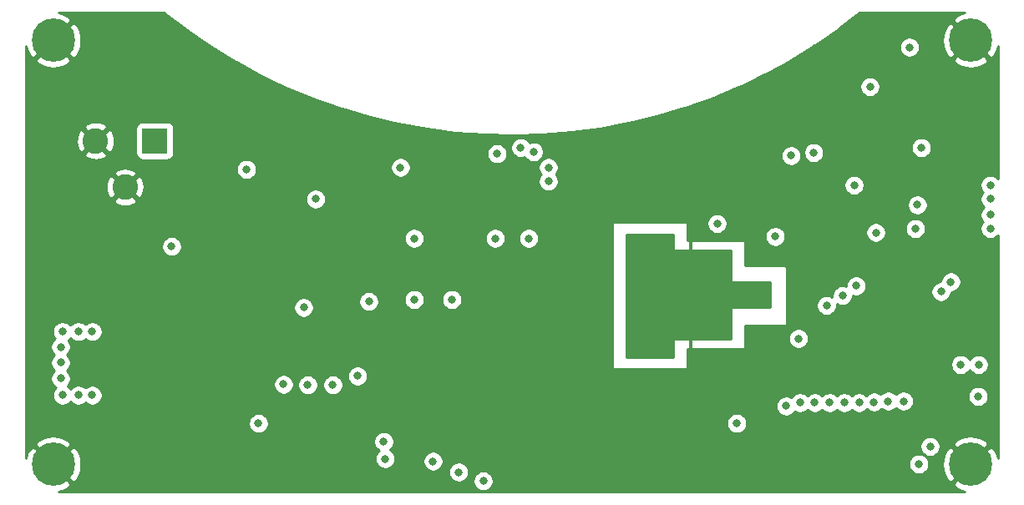
<source format=gbr>
G04 #@! TF.GenerationSoftware,KiCad,Pcbnew,5.1.7-a382d34a8~87~ubuntu18.04.1*
G04 #@! TF.CreationDate,2020-10-16T10:59:29-04:00*
G04 #@! TF.ProjectId,water_meter,77617465-725f-46d6-9574-65722e6b6963,rev?*
G04 #@! TF.SameCoordinates,Original*
G04 #@! TF.FileFunction,Copper,L2,Inr*
G04 #@! TF.FilePolarity,Positive*
%FSLAX46Y46*%
G04 Gerber Fmt 4.6, Leading zero omitted, Abs format (unit mm)*
G04 Created by KiCad (PCBNEW 5.1.7-a382d34a8~87~ubuntu18.04.1) date 2020-10-16 10:59:29*
%MOMM*%
%LPD*%
G01*
G04 APERTURE LIST*
G04 #@! TA.AperFunction,ComponentPad*
%ADD10C,4.400000*%
G04 #@! TD*
G04 #@! TA.AperFunction,ComponentPad*
%ADD11C,2.600000*%
G04 #@! TD*
G04 #@! TA.AperFunction,ComponentPad*
%ADD12R,2.600000X2.600000*%
G04 #@! TD*
G04 #@! TA.AperFunction,ViaPad*
%ADD13C,0.800000*%
G04 #@! TD*
G04 #@! TA.AperFunction,Conductor*
%ADD14C,0.300000*%
G04 #@! TD*
G04 #@! TA.AperFunction,Conductor*
%ADD15C,0.254000*%
G04 #@! TD*
G04 #@! TA.AperFunction,Conductor*
%ADD16C,0.100000*%
G04 #@! TD*
G04 APERTURE END LIST*
D10*
X210000000Y-152500000D03*
X210000000Y-109500000D03*
X117000000Y-152500000D03*
X117000000Y-109500000D03*
D11*
X124300000Y-124400000D03*
X121300000Y-119700000D03*
D12*
X127300000Y-119700000D03*
D13*
X162800000Y-146500000D03*
X164133333Y-146500000D03*
X165466666Y-146500000D03*
X163200000Y-133400000D03*
X163200000Y-135000000D03*
X165000000Y-133400000D03*
X165000000Y-135000000D03*
X167200000Y-122400000D03*
X167200000Y-123800000D03*
X164400000Y-120400000D03*
X200400000Y-129000000D03*
X153600000Y-135800000D03*
X181600000Y-138900000D03*
X181600000Y-131700000D03*
X198200000Y-138200000D03*
X199400000Y-138200000D03*
X199400000Y-139400000D03*
X198200000Y-139400000D03*
X197000000Y-139400000D03*
X197000000Y-138200000D03*
X212300000Y-136025000D03*
X212300000Y-133950000D03*
X176050000Y-133150000D03*
X175950000Y-137500000D03*
X212300000Y-138100000D03*
X134800000Y-145000000D03*
X133000000Y-145000000D03*
X133000000Y-143400000D03*
X134800000Y-143400000D03*
X129000000Y-151600000D03*
X129000000Y-153200000D03*
X130800000Y-153200000D03*
X130800000Y-151600000D03*
X190800000Y-114600000D03*
X189000000Y-114600000D03*
X190800000Y-116200000D03*
X189000000Y-116200000D03*
X170800000Y-137400000D03*
X169000000Y-137400000D03*
X170800000Y-139000000D03*
X169000000Y-139000000D03*
X137800000Y-132200000D03*
X137800000Y-133800000D03*
X139600000Y-133800000D03*
X139600000Y-132200000D03*
X204430000Y-122750000D03*
X209090000Y-120680000D03*
X180160000Y-121210000D03*
X169500000Y-121100000D03*
X159000000Y-146500000D03*
X157300000Y-146500000D03*
X148900000Y-146500000D03*
X152900000Y-146500000D03*
X173466666Y-146500000D03*
X172133333Y-146500000D03*
X170800000Y-146500000D03*
X182666666Y-146500000D03*
X181333333Y-146500000D03*
X185333333Y-146500000D03*
X184000000Y-146500000D03*
X186666666Y-146500000D03*
X211700000Y-116500000D03*
X211700000Y-114200000D03*
X204800000Y-108000000D03*
X201950000Y-108000000D03*
X199100000Y-108000000D03*
X135100000Y-116400000D03*
X135100000Y-118000000D03*
X136900000Y-118000000D03*
X136900000Y-116400000D03*
X129600000Y-110200000D03*
X127800000Y-111800000D03*
X127800000Y-110200000D03*
X129600000Y-111800000D03*
X145700000Y-117400000D03*
X143900000Y-119000000D03*
X143900000Y-117400000D03*
X145700000Y-119000000D03*
X207000000Y-135000000D03*
X191800000Y-121200000D03*
X205900000Y-150700000D03*
X210775000Y-145625000D03*
X204600000Y-126200000D03*
X208000000Y-134000000D03*
X153600000Y-129600000D03*
X143600000Y-125600000D03*
X204400000Y-128600000D03*
X198400000Y-134400000D03*
X195400000Y-136400000D03*
X162000000Y-121000000D03*
X197000000Y-135400000D03*
X192550000Y-139750000D03*
X190200000Y-129400000D03*
X210800000Y-142400000D03*
X203800000Y-110200000D03*
X197200000Y-146250000D03*
X150500000Y-150200000D03*
X194200000Y-146250000D03*
X145350000Y-144450000D03*
X140350000Y-144400000D03*
X191300000Y-146600000D03*
X205000000Y-120400000D03*
X209000000Y-142400000D03*
X195700000Y-146250000D03*
X147850000Y-143550000D03*
X192700000Y-146250000D03*
X142800000Y-144450000D03*
X186300000Y-148350000D03*
X137800000Y-148350000D03*
X194100000Y-120900000D03*
X198200000Y-124200000D03*
X157400000Y-135800000D03*
X142400000Y-136600000D03*
X149000000Y-136000000D03*
X136600000Y-122600000D03*
X129000000Y-130400000D03*
X165200000Y-129600000D03*
X161800000Y-129600000D03*
X212000000Y-124200000D03*
X212000000Y-128600000D03*
X212000000Y-127200000D03*
X212000000Y-125600000D03*
X199800000Y-114200000D03*
X152200000Y-122400000D03*
X117950000Y-139050000D03*
X119550000Y-139050000D03*
X120950000Y-139050000D03*
X120950000Y-145500000D03*
X117950000Y-145500000D03*
X119550000Y-145500000D03*
X117750000Y-143800000D03*
X117750000Y-142200000D03*
X117750000Y-140600000D03*
X165690000Y-120810000D03*
X204751315Y-152483772D03*
X184300000Y-128100000D03*
X203200000Y-146100000D03*
X160600000Y-154200000D03*
X201650000Y-146100000D03*
X158100000Y-153300000D03*
X200200000Y-146200000D03*
X155500000Y-152200000D03*
X198700000Y-146250000D03*
X150650000Y-151950000D03*
D14*
X181600000Y-131700000D02*
X181600000Y-129500000D01*
X181600000Y-138900000D02*
X181600000Y-142100000D01*
D15*
X179873000Y-130700000D02*
X179875440Y-130724776D01*
X179882667Y-130748601D01*
X179894403Y-130770557D01*
X179910197Y-130789803D01*
X179929443Y-130805597D01*
X179951399Y-130817333D01*
X179975224Y-130824560D01*
X180000000Y-130827000D01*
X185672949Y-130827000D01*
X185671710Y-133900367D01*
X185674140Y-133925144D01*
X185681358Y-133948971D01*
X185693085Y-133970933D01*
X185708871Y-133990184D01*
X185728110Y-134005986D01*
X185750062Y-134017731D01*
X185773883Y-134024968D01*
X185798736Y-134027418D01*
X189674177Y-134026610D01*
X189671910Y-136573391D01*
X185848765Y-136572582D01*
X185823988Y-136575017D01*
X185800162Y-136582239D01*
X185778203Y-136593970D01*
X185758954Y-136609760D01*
X185743156Y-136629002D01*
X185731416Y-136650956D01*
X185724184Y-136674779D01*
X185721753Y-136697648D01*
X185674920Y-139773000D01*
X180000000Y-139773000D01*
X179975224Y-139775440D01*
X179951399Y-139782667D01*
X179929443Y-139794403D01*
X179910197Y-139810197D01*
X179894403Y-139829443D01*
X179882667Y-139851399D01*
X179875440Y-139875224D01*
X179873000Y-139900000D01*
X179873000Y-141673000D01*
X175127000Y-141673000D01*
X175127000Y-129227000D01*
X179873000Y-129227000D01*
X179873000Y-130700000D01*
G04 #@! TA.AperFunction,Conductor*
D16*
G36*
X179873000Y-130700000D02*
G01*
X179875440Y-130724776D01*
X179882667Y-130748601D01*
X179894403Y-130770557D01*
X179910197Y-130789803D01*
X179929443Y-130805597D01*
X179951399Y-130817333D01*
X179975224Y-130824560D01*
X180000000Y-130827000D01*
X185672949Y-130827000D01*
X185671710Y-133900367D01*
X185674140Y-133925144D01*
X185681358Y-133948971D01*
X185693085Y-133970933D01*
X185708871Y-133990184D01*
X185728110Y-134005986D01*
X185750062Y-134017731D01*
X185773883Y-134024968D01*
X185798736Y-134027418D01*
X189674177Y-134026610D01*
X189671910Y-136573391D01*
X185848765Y-136572582D01*
X185823988Y-136575017D01*
X185800162Y-136582239D01*
X185778203Y-136593970D01*
X185758954Y-136609760D01*
X185743156Y-136629002D01*
X185731416Y-136650956D01*
X185724184Y-136674779D01*
X185721753Y-136697648D01*
X185674920Y-139773000D01*
X180000000Y-139773000D01*
X179975224Y-139775440D01*
X179951399Y-139782667D01*
X179929443Y-139794403D01*
X179910197Y-139810197D01*
X179894403Y-139829443D01*
X179882667Y-139851399D01*
X179875440Y-139875224D01*
X179873000Y-139900000D01*
X179873000Y-141673000D01*
X175127000Y-141673000D01*
X175127000Y-129227000D01*
X179873000Y-129227000D01*
X179873000Y-130700000D01*
G37*
G04 #@! TD.AperFunction*
D15*
X128269744Y-106727142D02*
X128277826Y-106733344D01*
X128285758Y-106739734D01*
X130593052Y-108500988D01*
X130620383Y-108520740D01*
X130623179Y-108522761D01*
X133019488Y-110160847D01*
X133050713Y-110181014D01*
X135529451Y-111691431D01*
X135529468Y-111691442D01*
X135561706Y-111709947D01*
X138116114Y-113088577D01*
X138139691Y-113100515D01*
X138149277Y-113105369D01*
X140772320Y-114348415D01*
X140772335Y-114348422D01*
X140787369Y-114355070D01*
X140806332Y-114363456D01*
X140806351Y-114363463D01*
X143490852Y-115467524D01*
X143525588Y-115480758D01*
X146264199Y-116442812D01*
X146264211Y-116442817D01*
X146299592Y-116454215D01*
X149084813Y-117271628D01*
X149120742Y-117281158D01*
X151944926Y-117951682D01*
X151981304Y-117959319D01*
X154836704Y-118481118D01*
X154836711Y-118481119D01*
X154873440Y-118486842D01*
X157752236Y-118858485D01*
X157752241Y-118858486D01*
X157789219Y-118862278D01*
X160683526Y-119082748D01*
X160720651Y-119084600D01*
X163622528Y-119153291D01*
X163622530Y-119153291D01*
X163659702Y-119153198D01*
X163659703Y-119153198D01*
X166561198Y-119069923D01*
X166598314Y-119067884D01*
X169491475Y-118832870D01*
X169528433Y-118828892D01*
X172405331Y-118442783D01*
X172442031Y-118436876D01*
X172442038Y-118436875D01*
X175294778Y-117900732D01*
X175331118Y-117892912D01*
X178151895Y-117208201D01*
X178187776Y-117198490D01*
X180968854Y-116367090D01*
X181004177Y-116355515D01*
X183737931Y-115379703D01*
X183738288Y-115379565D01*
X183772600Y-115366295D01*
X186451538Y-114248747D01*
X186485458Y-114233542D01*
X186485473Y-114233534D01*
X186767670Y-114098061D01*
X198765000Y-114098061D01*
X198765000Y-114301939D01*
X198804774Y-114501898D01*
X198882795Y-114690256D01*
X198996063Y-114859774D01*
X199140226Y-115003937D01*
X199309744Y-115117205D01*
X199498102Y-115195226D01*
X199698061Y-115235000D01*
X199901939Y-115235000D01*
X200101898Y-115195226D01*
X200290256Y-115117205D01*
X200459774Y-115003937D01*
X200603937Y-114859774D01*
X200717205Y-114690256D01*
X200795226Y-114501898D01*
X200835000Y-114301939D01*
X200835000Y-114098061D01*
X200795226Y-113898102D01*
X200717205Y-113709744D01*
X200603937Y-113540226D01*
X200459774Y-113396063D01*
X200290256Y-113282795D01*
X200101898Y-113204774D01*
X199901939Y-113165000D01*
X199698061Y-113165000D01*
X199498102Y-113204774D01*
X199309744Y-113282795D01*
X199140226Y-113396063D01*
X198996063Y-113540226D01*
X198882795Y-113709744D01*
X198804774Y-113898102D01*
X198765000Y-114098061D01*
X186767670Y-114098061D01*
X189102219Y-112977329D01*
X189102235Y-112977322D01*
X189135313Y-112960363D01*
X191682759Y-111568912D01*
X191714904Y-111550245D01*
X191813027Y-111489775D01*
X208189830Y-111489775D01*
X208429976Y-111877018D01*
X208923877Y-112137641D01*
X209459133Y-112296901D01*
X210015174Y-112348678D01*
X210570632Y-112290981D01*
X211104161Y-112126028D01*
X211570024Y-111877018D01*
X211810170Y-111489775D01*
X210000000Y-109679605D01*
X208189830Y-111489775D01*
X191813027Y-111489775D01*
X194071341Y-110098061D01*
X202765000Y-110098061D01*
X202765000Y-110301939D01*
X202804774Y-110501898D01*
X202882795Y-110690256D01*
X202996063Y-110859774D01*
X203140226Y-111003937D01*
X203309744Y-111117205D01*
X203498102Y-111195226D01*
X203698061Y-111235000D01*
X203901939Y-111235000D01*
X204101898Y-111195226D01*
X204290256Y-111117205D01*
X204459774Y-111003937D01*
X204603937Y-110859774D01*
X204717205Y-110690256D01*
X204795226Y-110501898D01*
X204835000Y-110301939D01*
X204835000Y-110098061D01*
X204795226Y-109898102D01*
X204717205Y-109709744D01*
X204603937Y-109540226D01*
X204578885Y-109515174D01*
X207151322Y-109515174D01*
X207209019Y-110070632D01*
X207373972Y-110604161D01*
X207622982Y-111070024D01*
X208010225Y-111310170D01*
X209820395Y-109500000D01*
X208010225Y-107689830D01*
X207622982Y-107929976D01*
X207362359Y-108423877D01*
X207203099Y-108959133D01*
X207151322Y-109515174D01*
X204578885Y-109515174D01*
X204459774Y-109396063D01*
X204290256Y-109282795D01*
X204101898Y-109204774D01*
X203901939Y-109165000D01*
X203698061Y-109165000D01*
X203498102Y-109204774D01*
X203309744Y-109282795D01*
X203140226Y-109396063D01*
X202996063Y-109540226D01*
X202882795Y-109709744D01*
X202804774Y-109898102D01*
X202765000Y-110098061D01*
X194071341Y-110098061D01*
X194186036Y-110027379D01*
X194217160Y-110007055D01*
X196605206Y-108356945D01*
X196635223Y-108335021D01*
X198742008Y-106710000D01*
X209426195Y-106710000D01*
X208895839Y-106873972D01*
X208429976Y-107122982D01*
X208189830Y-107510225D01*
X210000000Y-109320395D01*
X210014143Y-109306253D01*
X210193748Y-109485858D01*
X210179605Y-109500000D01*
X211989775Y-111310170D01*
X212377018Y-111070024D01*
X212637641Y-110576123D01*
X212790001Y-110064057D01*
X212790001Y-123526290D01*
X212659774Y-123396063D01*
X212490256Y-123282795D01*
X212301898Y-123204774D01*
X212101939Y-123165000D01*
X211898061Y-123165000D01*
X211698102Y-123204774D01*
X211509744Y-123282795D01*
X211340226Y-123396063D01*
X211196063Y-123540226D01*
X211082795Y-123709744D01*
X211004774Y-123898102D01*
X210965000Y-124098061D01*
X210965000Y-124301939D01*
X211004774Y-124501898D01*
X211082795Y-124690256D01*
X211196063Y-124859774D01*
X211236289Y-124900000D01*
X211196063Y-124940226D01*
X211082795Y-125109744D01*
X211004774Y-125298102D01*
X210965000Y-125498061D01*
X210965000Y-125701939D01*
X211004774Y-125901898D01*
X211082795Y-126090256D01*
X211196063Y-126259774D01*
X211336289Y-126400000D01*
X211196063Y-126540226D01*
X211082795Y-126709744D01*
X211004774Y-126898102D01*
X210965000Y-127098061D01*
X210965000Y-127301939D01*
X211004774Y-127501898D01*
X211082795Y-127690256D01*
X211196063Y-127859774D01*
X211236289Y-127900000D01*
X211196063Y-127940226D01*
X211082795Y-128109744D01*
X211004774Y-128298102D01*
X210965000Y-128498061D01*
X210965000Y-128701939D01*
X211004774Y-128901898D01*
X211082795Y-129090256D01*
X211196063Y-129259774D01*
X211340226Y-129403937D01*
X211509744Y-129517205D01*
X211698102Y-129595226D01*
X211898061Y-129635000D01*
X212101939Y-129635000D01*
X212301898Y-129595226D01*
X212490256Y-129517205D01*
X212659774Y-129403937D01*
X212790001Y-129273710D01*
X212790000Y-151926195D01*
X212626028Y-151395839D01*
X212377018Y-150929976D01*
X211989775Y-150689830D01*
X210179605Y-152500000D01*
X210193748Y-152514143D01*
X210014143Y-152693748D01*
X210000000Y-152679605D01*
X208189830Y-154489775D01*
X208429976Y-154877018D01*
X208923877Y-155137641D01*
X209435939Y-155290000D01*
X117573805Y-155290000D01*
X118104161Y-155126028D01*
X118570024Y-154877018D01*
X118810170Y-154489775D01*
X117000000Y-152679605D01*
X116985858Y-152693748D01*
X116806253Y-152514143D01*
X116820395Y-152500000D01*
X117179605Y-152500000D01*
X118989775Y-154310170D01*
X119377018Y-154070024D01*
X119637641Y-153576123D01*
X119796901Y-153040867D01*
X119848678Y-152484826D01*
X119790981Y-151929368D01*
X119626028Y-151395839D01*
X119377018Y-150929976D01*
X118989775Y-150689830D01*
X117179605Y-152500000D01*
X116820395Y-152500000D01*
X115010225Y-150689830D01*
X114622982Y-150929976D01*
X114362359Y-151423877D01*
X114210000Y-151935939D01*
X114210000Y-150510225D01*
X115189830Y-150510225D01*
X117000000Y-152320395D01*
X118810170Y-150510225D01*
X118570024Y-150122982D01*
X118522797Y-150098061D01*
X149465000Y-150098061D01*
X149465000Y-150301939D01*
X149504774Y-150501898D01*
X149582795Y-150690256D01*
X149696063Y-150859774D01*
X149840226Y-151003937D01*
X150009744Y-151117205D01*
X150024357Y-151123258D01*
X149990226Y-151146063D01*
X149846063Y-151290226D01*
X149732795Y-151459744D01*
X149654774Y-151648102D01*
X149615000Y-151848061D01*
X149615000Y-152051939D01*
X149654774Y-152251898D01*
X149732795Y-152440256D01*
X149846063Y-152609774D01*
X149990226Y-152753937D01*
X150159744Y-152867205D01*
X150348102Y-152945226D01*
X150548061Y-152985000D01*
X150751939Y-152985000D01*
X150951898Y-152945226D01*
X151140256Y-152867205D01*
X151309774Y-152753937D01*
X151453937Y-152609774D01*
X151567205Y-152440256D01*
X151645226Y-152251898D01*
X151675825Y-152098061D01*
X154465000Y-152098061D01*
X154465000Y-152301939D01*
X154504774Y-152501898D01*
X154582795Y-152690256D01*
X154696063Y-152859774D01*
X154840226Y-153003937D01*
X155009744Y-153117205D01*
X155198102Y-153195226D01*
X155398061Y-153235000D01*
X155601939Y-153235000D01*
X155787645Y-153198061D01*
X157065000Y-153198061D01*
X157065000Y-153401939D01*
X157104774Y-153601898D01*
X157182795Y-153790256D01*
X157296063Y-153959774D01*
X157440226Y-154103937D01*
X157609744Y-154217205D01*
X157798102Y-154295226D01*
X157998061Y-154335000D01*
X158201939Y-154335000D01*
X158401898Y-154295226D01*
X158590256Y-154217205D01*
X158759774Y-154103937D01*
X158765650Y-154098061D01*
X159565000Y-154098061D01*
X159565000Y-154301939D01*
X159604774Y-154501898D01*
X159682795Y-154690256D01*
X159796063Y-154859774D01*
X159940226Y-155003937D01*
X160109744Y-155117205D01*
X160298102Y-155195226D01*
X160498061Y-155235000D01*
X160701939Y-155235000D01*
X160901898Y-155195226D01*
X161090256Y-155117205D01*
X161259774Y-155003937D01*
X161403937Y-154859774D01*
X161517205Y-154690256D01*
X161595226Y-154501898D01*
X161635000Y-154301939D01*
X161635000Y-154098061D01*
X161595226Y-153898102D01*
X161517205Y-153709744D01*
X161403937Y-153540226D01*
X161259774Y-153396063D01*
X161090256Y-153282795D01*
X160901898Y-153204774D01*
X160701939Y-153165000D01*
X160498061Y-153165000D01*
X160298102Y-153204774D01*
X160109744Y-153282795D01*
X159940226Y-153396063D01*
X159796063Y-153540226D01*
X159682795Y-153709744D01*
X159604774Y-153898102D01*
X159565000Y-154098061D01*
X158765650Y-154098061D01*
X158903937Y-153959774D01*
X159017205Y-153790256D01*
X159095226Y-153601898D01*
X159135000Y-153401939D01*
X159135000Y-153198061D01*
X159095226Y-152998102D01*
X159017205Y-152809744D01*
X158903937Y-152640226D01*
X158759774Y-152496063D01*
X158590256Y-152382795D01*
X158587934Y-152381833D01*
X203716315Y-152381833D01*
X203716315Y-152585711D01*
X203756089Y-152785670D01*
X203834110Y-152974028D01*
X203947378Y-153143546D01*
X204091541Y-153287709D01*
X204261059Y-153400977D01*
X204449417Y-153478998D01*
X204649376Y-153518772D01*
X204853254Y-153518772D01*
X205053213Y-153478998D01*
X205241571Y-153400977D01*
X205411089Y-153287709D01*
X205555252Y-153143546D01*
X205668520Y-152974028D01*
X205746541Y-152785670D01*
X205786315Y-152585711D01*
X205786315Y-152515174D01*
X207151322Y-152515174D01*
X207209019Y-153070632D01*
X207373972Y-153604161D01*
X207622982Y-154070024D01*
X208010225Y-154310170D01*
X209820395Y-152500000D01*
X208010225Y-150689830D01*
X207622982Y-150929976D01*
X207362359Y-151423877D01*
X207203099Y-151959133D01*
X207151322Y-152515174D01*
X205786315Y-152515174D01*
X205786315Y-152381833D01*
X205746541Y-152181874D01*
X205668520Y-151993516D01*
X205555252Y-151823998D01*
X205411089Y-151679835D01*
X205241571Y-151566567D01*
X205053213Y-151488546D01*
X204853254Y-151448772D01*
X204649376Y-151448772D01*
X204449417Y-151488546D01*
X204261059Y-151566567D01*
X204091541Y-151679835D01*
X203947378Y-151823998D01*
X203834110Y-151993516D01*
X203756089Y-152181874D01*
X203716315Y-152381833D01*
X158587934Y-152381833D01*
X158401898Y-152304774D01*
X158201939Y-152265000D01*
X157998061Y-152265000D01*
X157798102Y-152304774D01*
X157609744Y-152382795D01*
X157440226Y-152496063D01*
X157296063Y-152640226D01*
X157182795Y-152809744D01*
X157104774Y-152998102D01*
X157065000Y-153198061D01*
X155787645Y-153198061D01*
X155801898Y-153195226D01*
X155990256Y-153117205D01*
X156159774Y-153003937D01*
X156303937Y-152859774D01*
X156417205Y-152690256D01*
X156495226Y-152501898D01*
X156535000Y-152301939D01*
X156535000Y-152098061D01*
X156495226Y-151898102D01*
X156417205Y-151709744D01*
X156303937Y-151540226D01*
X156159774Y-151396063D01*
X155990256Y-151282795D01*
X155801898Y-151204774D01*
X155601939Y-151165000D01*
X155398061Y-151165000D01*
X155198102Y-151204774D01*
X155009744Y-151282795D01*
X154840226Y-151396063D01*
X154696063Y-151540226D01*
X154582795Y-151709744D01*
X154504774Y-151898102D01*
X154465000Y-152098061D01*
X151675825Y-152098061D01*
X151685000Y-152051939D01*
X151685000Y-151848061D01*
X151645226Y-151648102D01*
X151567205Y-151459744D01*
X151453937Y-151290226D01*
X151309774Y-151146063D01*
X151140256Y-151032795D01*
X151125643Y-151026742D01*
X151159774Y-151003937D01*
X151303937Y-150859774D01*
X151417205Y-150690256D01*
X151455393Y-150598061D01*
X204865000Y-150598061D01*
X204865000Y-150801939D01*
X204904774Y-151001898D01*
X204982795Y-151190256D01*
X205096063Y-151359774D01*
X205240226Y-151503937D01*
X205409744Y-151617205D01*
X205598102Y-151695226D01*
X205798061Y-151735000D01*
X206001939Y-151735000D01*
X206201898Y-151695226D01*
X206390256Y-151617205D01*
X206559774Y-151503937D01*
X206703937Y-151359774D01*
X206817205Y-151190256D01*
X206895226Y-151001898D01*
X206935000Y-150801939D01*
X206935000Y-150598061D01*
X206917529Y-150510225D01*
X208189830Y-150510225D01*
X210000000Y-152320395D01*
X211810170Y-150510225D01*
X211570024Y-150122982D01*
X211076123Y-149862359D01*
X210540867Y-149703099D01*
X209984826Y-149651322D01*
X209429368Y-149709019D01*
X208895839Y-149873972D01*
X208429976Y-150122982D01*
X208189830Y-150510225D01*
X206917529Y-150510225D01*
X206895226Y-150398102D01*
X206817205Y-150209744D01*
X206703937Y-150040226D01*
X206559774Y-149896063D01*
X206390256Y-149782795D01*
X206201898Y-149704774D01*
X206001939Y-149665000D01*
X205798061Y-149665000D01*
X205598102Y-149704774D01*
X205409744Y-149782795D01*
X205240226Y-149896063D01*
X205096063Y-150040226D01*
X204982795Y-150209744D01*
X204904774Y-150398102D01*
X204865000Y-150598061D01*
X151455393Y-150598061D01*
X151495226Y-150501898D01*
X151535000Y-150301939D01*
X151535000Y-150098061D01*
X151495226Y-149898102D01*
X151417205Y-149709744D01*
X151303937Y-149540226D01*
X151159774Y-149396063D01*
X150990256Y-149282795D01*
X150801898Y-149204774D01*
X150601939Y-149165000D01*
X150398061Y-149165000D01*
X150198102Y-149204774D01*
X150009744Y-149282795D01*
X149840226Y-149396063D01*
X149696063Y-149540226D01*
X149582795Y-149709744D01*
X149504774Y-149898102D01*
X149465000Y-150098061D01*
X118522797Y-150098061D01*
X118076123Y-149862359D01*
X117540867Y-149703099D01*
X116984826Y-149651322D01*
X116429368Y-149709019D01*
X115895839Y-149873972D01*
X115429976Y-150122982D01*
X115189830Y-150510225D01*
X114210000Y-150510225D01*
X114210000Y-148248061D01*
X136765000Y-148248061D01*
X136765000Y-148451939D01*
X136804774Y-148651898D01*
X136882795Y-148840256D01*
X136996063Y-149009774D01*
X137140226Y-149153937D01*
X137309744Y-149267205D01*
X137498102Y-149345226D01*
X137698061Y-149385000D01*
X137901939Y-149385000D01*
X138101898Y-149345226D01*
X138290256Y-149267205D01*
X138459774Y-149153937D01*
X138603937Y-149009774D01*
X138717205Y-148840256D01*
X138795226Y-148651898D01*
X138835000Y-148451939D01*
X138835000Y-148248061D01*
X185265000Y-148248061D01*
X185265000Y-148451939D01*
X185304774Y-148651898D01*
X185382795Y-148840256D01*
X185496063Y-149009774D01*
X185640226Y-149153937D01*
X185809744Y-149267205D01*
X185998102Y-149345226D01*
X186198061Y-149385000D01*
X186401939Y-149385000D01*
X186601898Y-149345226D01*
X186790256Y-149267205D01*
X186959774Y-149153937D01*
X187103937Y-149009774D01*
X187217205Y-148840256D01*
X187295226Y-148651898D01*
X187335000Y-148451939D01*
X187335000Y-148248061D01*
X187295226Y-148048102D01*
X187217205Y-147859744D01*
X187103937Y-147690226D01*
X186959774Y-147546063D01*
X186790256Y-147432795D01*
X186601898Y-147354774D01*
X186401939Y-147315000D01*
X186198061Y-147315000D01*
X185998102Y-147354774D01*
X185809744Y-147432795D01*
X185640226Y-147546063D01*
X185496063Y-147690226D01*
X185382795Y-147859744D01*
X185304774Y-148048102D01*
X185265000Y-148248061D01*
X138835000Y-148248061D01*
X138795226Y-148048102D01*
X138717205Y-147859744D01*
X138603937Y-147690226D01*
X138459774Y-147546063D01*
X138290256Y-147432795D01*
X138101898Y-147354774D01*
X137901939Y-147315000D01*
X137698061Y-147315000D01*
X137498102Y-147354774D01*
X137309744Y-147432795D01*
X137140226Y-147546063D01*
X136996063Y-147690226D01*
X136882795Y-147859744D01*
X136804774Y-148048102D01*
X136765000Y-148248061D01*
X114210000Y-148248061D01*
X114210000Y-140498061D01*
X116715000Y-140498061D01*
X116715000Y-140701939D01*
X116754774Y-140901898D01*
X116832795Y-141090256D01*
X116946063Y-141259774D01*
X117086289Y-141400000D01*
X116946063Y-141540226D01*
X116832795Y-141709744D01*
X116754774Y-141898102D01*
X116715000Y-142098061D01*
X116715000Y-142301939D01*
X116754774Y-142501898D01*
X116832795Y-142690256D01*
X116946063Y-142859774D01*
X117086289Y-143000000D01*
X116946063Y-143140226D01*
X116832795Y-143309744D01*
X116754774Y-143498102D01*
X116715000Y-143698061D01*
X116715000Y-143901939D01*
X116754774Y-144101898D01*
X116832795Y-144290256D01*
X116946063Y-144459774D01*
X117090226Y-144603937D01*
X117259744Y-144717205D01*
X117266348Y-144719941D01*
X117146063Y-144840226D01*
X117032795Y-145009744D01*
X116954774Y-145198102D01*
X116915000Y-145398061D01*
X116915000Y-145601939D01*
X116954774Y-145801898D01*
X117032795Y-145990256D01*
X117146063Y-146159774D01*
X117290226Y-146303937D01*
X117459744Y-146417205D01*
X117648102Y-146495226D01*
X117848061Y-146535000D01*
X118051939Y-146535000D01*
X118251898Y-146495226D01*
X118440256Y-146417205D01*
X118609774Y-146303937D01*
X118750000Y-146163711D01*
X118890226Y-146303937D01*
X119059744Y-146417205D01*
X119248102Y-146495226D01*
X119448061Y-146535000D01*
X119651939Y-146535000D01*
X119851898Y-146495226D01*
X120040256Y-146417205D01*
X120209774Y-146303937D01*
X120250000Y-146263711D01*
X120290226Y-146303937D01*
X120459744Y-146417205D01*
X120648102Y-146495226D01*
X120848061Y-146535000D01*
X121051939Y-146535000D01*
X121237645Y-146498061D01*
X190265000Y-146498061D01*
X190265000Y-146701939D01*
X190304774Y-146901898D01*
X190382795Y-147090256D01*
X190496063Y-147259774D01*
X190640226Y-147403937D01*
X190809744Y-147517205D01*
X190998102Y-147595226D01*
X191198061Y-147635000D01*
X191401939Y-147635000D01*
X191601898Y-147595226D01*
X191790256Y-147517205D01*
X191959774Y-147403937D01*
X192103937Y-147259774D01*
X192179356Y-147146901D01*
X192209744Y-147167205D01*
X192398102Y-147245226D01*
X192598061Y-147285000D01*
X192801939Y-147285000D01*
X193001898Y-147245226D01*
X193190256Y-147167205D01*
X193359774Y-147053937D01*
X193450000Y-146963711D01*
X193540226Y-147053937D01*
X193709744Y-147167205D01*
X193898102Y-147245226D01*
X194098061Y-147285000D01*
X194301939Y-147285000D01*
X194501898Y-147245226D01*
X194690256Y-147167205D01*
X194859774Y-147053937D01*
X194950000Y-146963711D01*
X195040226Y-147053937D01*
X195209744Y-147167205D01*
X195398102Y-147245226D01*
X195598061Y-147285000D01*
X195801939Y-147285000D01*
X196001898Y-147245226D01*
X196190256Y-147167205D01*
X196359774Y-147053937D01*
X196450000Y-146963711D01*
X196540226Y-147053937D01*
X196709744Y-147167205D01*
X196898102Y-147245226D01*
X197098061Y-147285000D01*
X197301939Y-147285000D01*
X197501898Y-147245226D01*
X197690256Y-147167205D01*
X197859774Y-147053937D01*
X197950000Y-146963711D01*
X198040226Y-147053937D01*
X198209744Y-147167205D01*
X198398102Y-147245226D01*
X198598061Y-147285000D01*
X198801939Y-147285000D01*
X199001898Y-147245226D01*
X199190256Y-147167205D01*
X199359774Y-147053937D01*
X199475000Y-146938711D01*
X199540226Y-147003937D01*
X199709744Y-147117205D01*
X199898102Y-147195226D01*
X200098061Y-147235000D01*
X200301939Y-147235000D01*
X200501898Y-147195226D01*
X200690256Y-147117205D01*
X200859774Y-147003937D01*
X200975000Y-146888711D01*
X200990226Y-146903937D01*
X201159744Y-147017205D01*
X201348102Y-147095226D01*
X201548061Y-147135000D01*
X201751939Y-147135000D01*
X201951898Y-147095226D01*
X202140256Y-147017205D01*
X202309774Y-146903937D01*
X202425000Y-146788711D01*
X202540226Y-146903937D01*
X202709744Y-147017205D01*
X202898102Y-147095226D01*
X203098061Y-147135000D01*
X203301939Y-147135000D01*
X203501898Y-147095226D01*
X203690256Y-147017205D01*
X203859774Y-146903937D01*
X204003937Y-146759774D01*
X204117205Y-146590256D01*
X204195226Y-146401898D01*
X204235000Y-146201939D01*
X204235000Y-145998061D01*
X204195226Y-145798102D01*
X204117205Y-145609744D01*
X204059286Y-145523061D01*
X209740000Y-145523061D01*
X209740000Y-145726939D01*
X209779774Y-145926898D01*
X209857795Y-146115256D01*
X209971063Y-146284774D01*
X210115226Y-146428937D01*
X210284744Y-146542205D01*
X210473102Y-146620226D01*
X210673061Y-146660000D01*
X210876939Y-146660000D01*
X211076898Y-146620226D01*
X211265256Y-146542205D01*
X211434774Y-146428937D01*
X211578937Y-146284774D01*
X211692205Y-146115256D01*
X211770226Y-145926898D01*
X211810000Y-145726939D01*
X211810000Y-145523061D01*
X211770226Y-145323102D01*
X211692205Y-145134744D01*
X211578937Y-144965226D01*
X211434774Y-144821063D01*
X211265256Y-144707795D01*
X211076898Y-144629774D01*
X210876939Y-144590000D01*
X210673061Y-144590000D01*
X210473102Y-144629774D01*
X210284744Y-144707795D01*
X210115226Y-144821063D01*
X209971063Y-144965226D01*
X209857795Y-145134744D01*
X209779774Y-145323102D01*
X209740000Y-145523061D01*
X204059286Y-145523061D01*
X204003937Y-145440226D01*
X203859774Y-145296063D01*
X203690256Y-145182795D01*
X203501898Y-145104774D01*
X203301939Y-145065000D01*
X203098061Y-145065000D01*
X202898102Y-145104774D01*
X202709744Y-145182795D01*
X202540226Y-145296063D01*
X202425000Y-145411289D01*
X202309774Y-145296063D01*
X202140256Y-145182795D01*
X201951898Y-145104774D01*
X201751939Y-145065000D01*
X201548061Y-145065000D01*
X201348102Y-145104774D01*
X201159744Y-145182795D01*
X200990226Y-145296063D01*
X200875000Y-145411289D01*
X200859774Y-145396063D01*
X200690256Y-145282795D01*
X200501898Y-145204774D01*
X200301939Y-145165000D01*
X200098061Y-145165000D01*
X199898102Y-145204774D01*
X199709744Y-145282795D01*
X199540226Y-145396063D01*
X199425000Y-145511289D01*
X199359774Y-145446063D01*
X199190256Y-145332795D01*
X199001898Y-145254774D01*
X198801939Y-145215000D01*
X198598061Y-145215000D01*
X198398102Y-145254774D01*
X198209744Y-145332795D01*
X198040226Y-145446063D01*
X197950000Y-145536289D01*
X197859774Y-145446063D01*
X197690256Y-145332795D01*
X197501898Y-145254774D01*
X197301939Y-145215000D01*
X197098061Y-145215000D01*
X196898102Y-145254774D01*
X196709744Y-145332795D01*
X196540226Y-145446063D01*
X196450000Y-145536289D01*
X196359774Y-145446063D01*
X196190256Y-145332795D01*
X196001898Y-145254774D01*
X195801939Y-145215000D01*
X195598061Y-145215000D01*
X195398102Y-145254774D01*
X195209744Y-145332795D01*
X195040226Y-145446063D01*
X194950000Y-145536289D01*
X194859774Y-145446063D01*
X194690256Y-145332795D01*
X194501898Y-145254774D01*
X194301939Y-145215000D01*
X194098061Y-145215000D01*
X193898102Y-145254774D01*
X193709744Y-145332795D01*
X193540226Y-145446063D01*
X193450000Y-145536289D01*
X193359774Y-145446063D01*
X193190256Y-145332795D01*
X193001898Y-145254774D01*
X192801939Y-145215000D01*
X192598061Y-145215000D01*
X192398102Y-145254774D01*
X192209744Y-145332795D01*
X192040226Y-145446063D01*
X191896063Y-145590226D01*
X191820644Y-145703099D01*
X191790256Y-145682795D01*
X191601898Y-145604774D01*
X191401939Y-145565000D01*
X191198061Y-145565000D01*
X190998102Y-145604774D01*
X190809744Y-145682795D01*
X190640226Y-145796063D01*
X190496063Y-145940226D01*
X190382795Y-146109744D01*
X190304774Y-146298102D01*
X190265000Y-146498061D01*
X121237645Y-146498061D01*
X121251898Y-146495226D01*
X121440256Y-146417205D01*
X121609774Y-146303937D01*
X121753937Y-146159774D01*
X121867205Y-145990256D01*
X121945226Y-145801898D01*
X121985000Y-145601939D01*
X121985000Y-145398061D01*
X121945226Y-145198102D01*
X121867205Y-145009744D01*
X121753937Y-144840226D01*
X121609774Y-144696063D01*
X121440256Y-144582795D01*
X121251898Y-144504774D01*
X121051939Y-144465000D01*
X120848061Y-144465000D01*
X120648102Y-144504774D01*
X120459744Y-144582795D01*
X120290226Y-144696063D01*
X120250000Y-144736289D01*
X120209774Y-144696063D01*
X120040256Y-144582795D01*
X119851898Y-144504774D01*
X119651939Y-144465000D01*
X119448061Y-144465000D01*
X119248102Y-144504774D01*
X119059744Y-144582795D01*
X118890226Y-144696063D01*
X118750000Y-144836289D01*
X118609774Y-144696063D01*
X118440256Y-144582795D01*
X118433652Y-144580059D01*
X118553937Y-144459774D01*
X118661989Y-144298061D01*
X139315000Y-144298061D01*
X139315000Y-144501939D01*
X139354774Y-144701898D01*
X139432795Y-144890256D01*
X139546063Y-145059774D01*
X139690226Y-145203937D01*
X139859744Y-145317205D01*
X140048102Y-145395226D01*
X140248061Y-145435000D01*
X140451939Y-145435000D01*
X140651898Y-145395226D01*
X140840256Y-145317205D01*
X141009774Y-145203937D01*
X141153937Y-145059774D01*
X141267205Y-144890256D01*
X141345226Y-144701898D01*
X141385000Y-144501939D01*
X141385000Y-144348061D01*
X141765000Y-144348061D01*
X141765000Y-144551939D01*
X141804774Y-144751898D01*
X141882795Y-144940256D01*
X141996063Y-145109774D01*
X142140226Y-145253937D01*
X142309744Y-145367205D01*
X142498102Y-145445226D01*
X142698061Y-145485000D01*
X142901939Y-145485000D01*
X143101898Y-145445226D01*
X143290256Y-145367205D01*
X143459774Y-145253937D01*
X143603937Y-145109774D01*
X143717205Y-144940256D01*
X143795226Y-144751898D01*
X143835000Y-144551939D01*
X143835000Y-144348061D01*
X144315000Y-144348061D01*
X144315000Y-144551939D01*
X144354774Y-144751898D01*
X144432795Y-144940256D01*
X144546063Y-145109774D01*
X144690226Y-145253937D01*
X144859744Y-145367205D01*
X145048102Y-145445226D01*
X145248061Y-145485000D01*
X145451939Y-145485000D01*
X145651898Y-145445226D01*
X145840256Y-145367205D01*
X146009774Y-145253937D01*
X146153937Y-145109774D01*
X146267205Y-144940256D01*
X146345226Y-144751898D01*
X146385000Y-144551939D01*
X146385000Y-144348061D01*
X146345226Y-144148102D01*
X146267205Y-143959744D01*
X146153937Y-143790226D01*
X146009774Y-143646063D01*
X145840256Y-143532795D01*
X145651898Y-143454774D01*
X145618150Y-143448061D01*
X146815000Y-143448061D01*
X146815000Y-143651939D01*
X146854774Y-143851898D01*
X146932795Y-144040256D01*
X147046063Y-144209774D01*
X147190226Y-144353937D01*
X147359744Y-144467205D01*
X147548102Y-144545226D01*
X147748061Y-144585000D01*
X147951939Y-144585000D01*
X148151898Y-144545226D01*
X148340256Y-144467205D01*
X148509774Y-144353937D01*
X148653937Y-144209774D01*
X148767205Y-144040256D01*
X148845226Y-143851898D01*
X148885000Y-143651939D01*
X148885000Y-143448061D01*
X148845226Y-143248102D01*
X148767205Y-143059744D01*
X148653937Y-142890226D01*
X148509774Y-142746063D01*
X148340256Y-142632795D01*
X148151898Y-142554774D01*
X147951939Y-142515000D01*
X147748061Y-142515000D01*
X147548102Y-142554774D01*
X147359744Y-142632795D01*
X147190226Y-142746063D01*
X147046063Y-142890226D01*
X146932795Y-143059744D01*
X146854774Y-143248102D01*
X146815000Y-143448061D01*
X145618150Y-143448061D01*
X145451939Y-143415000D01*
X145248061Y-143415000D01*
X145048102Y-143454774D01*
X144859744Y-143532795D01*
X144690226Y-143646063D01*
X144546063Y-143790226D01*
X144432795Y-143959744D01*
X144354774Y-144148102D01*
X144315000Y-144348061D01*
X143835000Y-144348061D01*
X143795226Y-144148102D01*
X143717205Y-143959744D01*
X143603937Y-143790226D01*
X143459774Y-143646063D01*
X143290256Y-143532795D01*
X143101898Y-143454774D01*
X142901939Y-143415000D01*
X142698061Y-143415000D01*
X142498102Y-143454774D01*
X142309744Y-143532795D01*
X142140226Y-143646063D01*
X141996063Y-143790226D01*
X141882795Y-143959744D01*
X141804774Y-144148102D01*
X141765000Y-144348061D01*
X141385000Y-144348061D01*
X141385000Y-144298061D01*
X141345226Y-144098102D01*
X141267205Y-143909744D01*
X141153937Y-143740226D01*
X141009774Y-143596063D01*
X140840256Y-143482795D01*
X140651898Y-143404774D01*
X140451939Y-143365000D01*
X140248061Y-143365000D01*
X140048102Y-143404774D01*
X139859744Y-143482795D01*
X139690226Y-143596063D01*
X139546063Y-143740226D01*
X139432795Y-143909744D01*
X139354774Y-144098102D01*
X139315000Y-144298061D01*
X118661989Y-144298061D01*
X118667205Y-144290256D01*
X118745226Y-144101898D01*
X118785000Y-143901939D01*
X118785000Y-143698061D01*
X118745226Y-143498102D01*
X118667205Y-143309744D01*
X118553937Y-143140226D01*
X118413711Y-143000000D01*
X118553937Y-142859774D01*
X118667205Y-142690256D01*
X118745226Y-142501898D01*
X118785000Y-142301939D01*
X118785000Y-142098061D01*
X118745226Y-141898102D01*
X118667205Y-141709744D01*
X118553937Y-141540226D01*
X118413711Y-141400000D01*
X118553937Y-141259774D01*
X118667205Y-141090256D01*
X118745226Y-140901898D01*
X118785000Y-140701939D01*
X118785000Y-140498061D01*
X118745226Y-140298102D01*
X118667205Y-140109744D01*
X118553937Y-139940226D01*
X118524576Y-139910865D01*
X118609774Y-139853937D01*
X118750000Y-139713711D01*
X118890226Y-139853937D01*
X119059744Y-139967205D01*
X119248102Y-140045226D01*
X119448061Y-140085000D01*
X119651939Y-140085000D01*
X119851898Y-140045226D01*
X120040256Y-139967205D01*
X120209774Y-139853937D01*
X120250000Y-139813711D01*
X120290226Y-139853937D01*
X120459744Y-139967205D01*
X120648102Y-140045226D01*
X120848061Y-140085000D01*
X121051939Y-140085000D01*
X121251898Y-140045226D01*
X121440256Y-139967205D01*
X121609774Y-139853937D01*
X121753937Y-139709774D01*
X121867205Y-139540256D01*
X121945226Y-139351898D01*
X121985000Y-139151939D01*
X121985000Y-138948061D01*
X121945226Y-138748102D01*
X121867205Y-138559744D01*
X121753937Y-138390226D01*
X121609774Y-138246063D01*
X121440256Y-138132795D01*
X121251898Y-138054774D01*
X121051939Y-138015000D01*
X120848061Y-138015000D01*
X120648102Y-138054774D01*
X120459744Y-138132795D01*
X120290226Y-138246063D01*
X120250000Y-138286289D01*
X120209774Y-138246063D01*
X120040256Y-138132795D01*
X119851898Y-138054774D01*
X119651939Y-138015000D01*
X119448061Y-138015000D01*
X119248102Y-138054774D01*
X119059744Y-138132795D01*
X118890226Y-138246063D01*
X118750000Y-138386289D01*
X118609774Y-138246063D01*
X118440256Y-138132795D01*
X118251898Y-138054774D01*
X118051939Y-138015000D01*
X117848061Y-138015000D01*
X117648102Y-138054774D01*
X117459744Y-138132795D01*
X117290226Y-138246063D01*
X117146063Y-138390226D01*
X117032795Y-138559744D01*
X116954774Y-138748102D01*
X116915000Y-138948061D01*
X116915000Y-139151939D01*
X116954774Y-139351898D01*
X117032795Y-139540256D01*
X117146063Y-139709774D01*
X117175424Y-139739135D01*
X117090226Y-139796063D01*
X116946063Y-139940226D01*
X116832795Y-140109744D01*
X116754774Y-140298102D01*
X116715000Y-140498061D01*
X114210000Y-140498061D01*
X114210000Y-136498061D01*
X141365000Y-136498061D01*
X141365000Y-136701939D01*
X141404774Y-136901898D01*
X141482795Y-137090256D01*
X141596063Y-137259774D01*
X141740226Y-137403937D01*
X141909744Y-137517205D01*
X142098102Y-137595226D01*
X142298061Y-137635000D01*
X142501939Y-137635000D01*
X142701898Y-137595226D01*
X142890256Y-137517205D01*
X143059774Y-137403937D01*
X143203937Y-137259774D01*
X143317205Y-137090256D01*
X143395226Y-136901898D01*
X143435000Y-136701939D01*
X143435000Y-136498061D01*
X143395226Y-136298102D01*
X143317205Y-136109744D01*
X143203937Y-135940226D01*
X143161772Y-135898061D01*
X147965000Y-135898061D01*
X147965000Y-136101939D01*
X148004774Y-136301898D01*
X148082795Y-136490256D01*
X148196063Y-136659774D01*
X148340226Y-136803937D01*
X148509744Y-136917205D01*
X148698102Y-136995226D01*
X148898061Y-137035000D01*
X149101939Y-137035000D01*
X149301898Y-136995226D01*
X149490256Y-136917205D01*
X149659774Y-136803937D01*
X149803937Y-136659774D01*
X149917205Y-136490256D01*
X149995226Y-136301898D01*
X150035000Y-136101939D01*
X150035000Y-135898061D01*
X149995226Y-135698102D01*
X149995210Y-135698061D01*
X152565000Y-135698061D01*
X152565000Y-135901939D01*
X152604774Y-136101898D01*
X152682795Y-136290256D01*
X152796063Y-136459774D01*
X152940226Y-136603937D01*
X153109744Y-136717205D01*
X153298102Y-136795226D01*
X153498061Y-136835000D01*
X153701939Y-136835000D01*
X153901898Y-136795226D01*
X154090256Y-136717205D01*
X154259774Y-136603937D01*
X154403937Y-136459774D01*
X154517205Y-136290256D01*
X154595226Y-136101898D01*
X154635000Y-135901939D01*
X154635000Y-135698061D01*
X156365000Y-135698061D01*
X156365000Y-135901939D01*
X156404774Y-136101898D01*
X156482795Y-136290256D01*
X156596063Y-136459774D01*
X156740226Y-136603937D01*
X156909744Y-136717205D01*
X157098102Y-136795226D01*
X157298061Y-136835000D01*
X157501939Y-136835000D01*
X157701898Y-136795226D01*
X157890256Y-136717205D01*
X158059774Y-136603937D01*
X158203937Y-136459774D01*
X158317205Y-136290256D01*
X158395226Y-136101898D01*
X158435000Y-135901939D01*
X158435000Y-135698061D01*
X158395226Y-135498102D01*
X158317205Y-135309744D01*
X158203937Y-135140226D01*
X158059774Y-134996063D01*
X157890256Y-134882795D01*
X157701898Y-134804774D01*
X157501939Y-134765000D01*
X157298061Y-134765000D01*
X157098102Y-134804774D01*
X156909744Y-134882795D01*
X156740226Y-134996063D01*
X156596063Y-135140226D01*
X156482795Y-135309744D01*
X156404774Y-135498102D01*
X156365000Y-135698061D01*
X154635000Y-135698061D01*
X154595226Y-135498102D01*
X154517205Y-135309744D01*
X154403937Y-135140226D01*
X154259774Y-134996063D01*
X154090256Y-134882795D01*
X153901898Y-134804774D01*
X153701939Y-134765000D01*
X153498061Y-134765000D01*
X153298102Y-134804774D01*
X153109744Y-134882795D01*
X152940226Y-134996063D01*
X152796063Y-135140226D01*
X152682795Y-135309744D01*
X152604774Y-135498102D01*
X152565000Y-135698061D01*
X149995210Y-135698061D01*
X149917205Y-135509744D01*
X149803937Y-135340226D01*
X149659774Y-135196063D01*
X149490256Y-135082795D01*
X149301898Y-135004774D01*
X149101939Y-134965000D01*
X148898061Y-134965000D01*
X148698102Y-135004774D01*
X148509744Y-135082795D01*
X148340226Y-135196063D01*
X148196063Y-135340226D01*
X148082795Y-135509744D01*
X148004774Y-135698102D01*
X147965000Y-135898061D01*
X143161772Y-135898061D01*
X143059774Y-135796063D01*
X142890256Y-135682795D01*
X142701898Y-135604774D01*
X142501939Y-135565000D01*
X142298061Y-135565000D01*
X142098102Y-135604774D01*
X141909744Y-135682795D01*
X141740226Y-135796063D01*
X141596063Y-135940226D01*
X141482795Y-136109744D01*
X141404774Y-136298102D01*
X141365000Y-136498061D01*
X114210000Y-136498061D01*
X114210000Y-130298061D01*
X127965000Y-130298061D01*
X127965000Y-130501939D01*
X128004774Y-130701898D01*
X128082795Y-130890256D01*
X128196063Y-131059774D01*
X128340226Y-131203937D01*
X128509744Y-131317205D01*
X128698102Y-131395226D01*
X128898061Y-131435000D01*
X129101939Y-131435000D01*
X129301898Y-131395226D01*
X129490256Y-131317205D01*
X129659774Y-131203937D01*
X129803937Y-131059774D01*
X129917205Y-130890256D01*
X129995226Y-130701898D01*
X130035000Y-130501939D01*
X130035000Y-130298061D01*
X129995226Y-130098102D01*
X129917205Y-129909744D01*
X129803937Y-129740226D01*
X129659774Y-129596063D01*
X129513104Y-129498061D01*
X152565000Y-129498061D01*
X152565000Y-129701939D01*
X152604774Y-129901898D01*
X152682795Y-130090256D01*
X152796063Y-130259774D01*
X152940226Y-130403937D01*
X153109744Y-130517205D01*
X153298102Y-130595226D01*
X153498061Y-130635000D01*
X153701939Y-130635000D01*
X153901898Y-130595226D01*
X154090256Y-130517205D01*
X154259774Y-130403937D01*
X154403937Y-130259774D01*
X154517205Y-130090256D01*
X154595226Y-129901898D01*
X154635000Y-129701939D01*
X154635000Y-129498061D01*
X160765000Y-129498061D01*
X160765000Y-129701939D01*
X160804774Y-129901898D01*
X160882795Y-130090256D01*
X160996063Y-130259774D01*
X161140226Y-130403937D01*
X161309744Y-130517205D01*
X161498102Y-130595226D01*
X161698061Y-130635000D01*
X161901939Y-130635000D01*
X162101898Y-130595226D01*
X162290256Y-130517205D01*
X162459774Y-130403937D01*
X162603937Y-130259774D01*
X162717205Y-130090256D01*
X162795226Y-129901898D01*
X162835000Y-129701939D01*
X162835000Y-129498061D01*
X164165000Y-129498061D01*
X164165000Y-129701939D01*
X164204774Y-129901898D01*
X164282795Y-130090256D01*
X164396063Y-130259774D01*
X164540226Y-130403937D01*
X164709744Y-130517205D01*
X164898102Y-130595226D01*
X165098061Y-130635000D01*
X165301939Y-130635000D01*
X165501898Y-130595226D01*
X165690256Y-130517205D01*
X165859774Y-130403937D01*
X166003937Y-130259774D01*
X166117205Y-130090256D01*
X166195226Y-129901898D01*
X166235000Y-129701939D01*
X166235000Y-129498061D01*
X166195226Y-129298102D01*
X166117205Y-129109744D01*
X166003937Y-128940226D01*
X165859774Y-128796063D01*
X165690256Y-128682795D01*
X165501898Y-128604774D01*
X165301939Y-128565000D01*
X165098061Y-128565000D01*
X164898102Y-128604774D01*
X164709744Y-128682795D01*
X164540226Y-128796063D01*
X164396063Y-128940226D01*
X164282795Y-129109744D01*
X164204774Y-129298102D01*
X164165000Y-129498061D01*
X162835000Y-129498061D01*
X162795226Y-129298102D01*
X162717205Y-129109744D01*
X162603937Y-128940226D01*
X162459774Y-128796063D01*
X162290256Y-128682795D01*
X162101898Y-128604774D01*
X161901939Y-128565000D01*
X161698061Y-128565000D01*
X161498102Y-128604774D01*
X161309744Y-128682795D01*
X161140226Y-128796063D01*
X160996063Y-128940226D01*
X160882795Y-129109744D01*
X160804774Y-129298102D01*
X160765000Y-129498061D01*
X154635000Y-129498061D01*
X154595226Y-129298102D01*
X154517205Y-129109744D01*
X154403937Y-128940226D01*
X154259774Y-128796063D01*
X154090256Y-128682795D01*
X153901898Y-128604774D01*
X153701939Y-128565000D01*
X153498061Y-128565000D01*
X153298102Y-128604774D01*
X153109744Y-128682795D01*
X152940226Y-128796063D01*
X152796063Y-128940226D01*
X152682795Y-129109744D01*
X152604774Y-129298102D01*
X152565000Y-129498061D01*
X129513104Y-129498061D01*
X129490256Y-129482795D01*
X129301898Y-129404774D01*
X129101939Y-129365000D01*
X128898061Y-129365000D01*
X128698102Y-129404774D01*
X128509744Y-129482795D01*
X128340226Y-129596063D01*
X128196063Y-129740226D01*
X128082795Y-129909744D01*
X128004774Y-130098102D01*
X127965000Y-130298061D01*
X114210000Y-130298061D01*
X114210000Y-128100000D01*
X173673000Y-128100000D01*
X173673000Y-142693940D01*
X173675440Y-142718716D01*
X173682667Y-142742541D01*
X173694403Y-142764497D01*
X173710197Y-142783743D01*
X173729443Y-142799537D01*
X173751399Y-142811273D01*
X173775224Y-142818500D01*
X173799896Y-142820940D01*
X181199896Y-142827000D01*
X181224674Y-142824580D01*
X181248505Y-142817372D01*
X181270471Y-142805654D01*
X181289729Y-142789876D01*
X181305539Y-142770644D01*
X181317293Y-142748697D01*
X181324539Y-142724878D01*
X181327000Y-142700000D01*
X181327000Y-142298061D01*
X207965000Y-142298061D01*
X207965000Y-142501939D01*
X208004774Y-142701898D01*
X208082795Y-142890256D01*
X208196063Y-143059774D01*
X208340226Y-143203937D01*
X208509744Y-143317205D01*
X208698102Y-143395226D01*
X208898061Y-143435000D01*
X209101939Y-143435000D01*
X209301898Y-143395226D01*
X209490256Y-143317205D01*
X209659774Y-143203937D01*
X209803937Y-143059774D01*
X209900000Y-142916005D01*
X209996063Y-143059774D01*
X210140226Y-143203937D01*
X210309744Y-143317205D01*
X210498102Y-143395226D01*
X210698061Y-143435000D01*
X210901939Y-143435000D01*
X211101898Y-143395226D01*
X211290256Y-143317205D01*
X211459774Y-143203937D01*
X211603937Y-143059774D01*
X211717205Y-142890256D01*
X211795226Y-142701898D01*
X211835000Y-142501939D01*
X211835000Y-142298061D01*
X211795226Y-142098102D01*
X211717205Y-141909744D01*
X211603937Y-141740226D01*
X211459774Y-141596063D01*
X211290256Y-141482795D01*
X211101898Y-141404774D01*
X210901939Y-141365000D01*
X210698061Y-141365000D01*
X210498102Y-141404774D01*
X210309744Y-141482795D01*
X210140226Y-141596063D01*
X209996063Y-141740226D01*
X209900000Y-141883995D01*
X209803937Y-141740226D01*
X209659774Y-141596063D01*
X209490256Y-141482795D01*
X209301898Y-141404774D01*
X209101939Y-141365000D01*
X208898061Y-141365000D01*
X208698102Y-141404774D01*
X208509744Y-141482795D01*
X208340226Y-141596063D01*
X208196063Y-141740226D01*
X208082795Y-141909744D01*
X208004774Y-142098102D01*
X207965000Y-142298061D01*
X181327000Y-142298061D01*
X181327000Y-140827000D01*
X187000000Y-140827000D01*
X187024776Y-140824560D01*
X187048601Y-140817333D01*
X187070557Y-140805597D01*
X187089803Y-140789803D01*
X187105597Y-140770557D01*
X187117333Y-140748601D01*
X187124560Y-140724776D01*
X187127000Y-140700000D01*
X187127000Y-139648061D01*
X191515000Y-139648061D01*
X191515000Y-139851939D01*
X191554774Y-140051898D01*
X191632795Y-140240256D01*
X191746063Y-140409774D01*
X191890226Y-140553937D01*
X192059744Y-140667205D01*
X192248102Y-140745226D01*
X192448061Y-140785000D01*
X192651939Y-140785000D01*
X192851898Y-140745226D01*
X193040256Y-140667205D01*
X193209774Y-140553937D01*
X193353937Y-140409774D01*
X193467205Y-140240256D01*
X193545226Y-140051898D01*
X193585000Y-139851939D01*
X193585000Y-139648061D01*
X193545226Y-139448102D01*
X193467205Y-139259744D01*
X193353937Y-139090226D01*
X193209774Y-138946063D01*
X193040256Y-138832795D01*
X192851898Y-138754774D01*
X192651939Y-138715000D01*
X192448061Y-138715000D01*
X192248102Y-138754774D01*
X192059744Y-138832795D01*
X191890226Y-138946063D01*
X191746063Y-139090226D01*
X191632795Y-139259744D01*
X191554774Y-139448102D01*
X191515000Y-139648061D01*
X187127000Y-139648061D01*
X187127000Y-138427000D01*
X191200000Y-138427000D01*
X191224776Y-138424560D01*
X191248601Y-138417333D01*
X191270557Y-138405597D01*
X191289803Y-138389803D01*
X191305597Y-138370557D01*
X191317333Y-138348601D01*
X191324560Y-138324776D01*
X191327000Y-138300000D01*
X191327000Y-136298061D01*
X194365000Y-136298061D01*
X194365000Y-136501939D01*
X194404774Y-136701898D01*
X194482795Y-136890256D01*
X194596063Y-137059774D01*
X194740226Y-137203937D01*
X194909744Y-137317205D01*
X195098102Y-137395226D01*
X195298061Y-137435000D01*
X195501939Y-137435000D01*
X195701898Y-137395226D01*
X195890256Y-137317205D01*
X196059774Y-137203937D01*
X196203937Y-137059774D01*
X196317205Y-136890256D01*
X196395226Y-136701898D01*
X196435000Y-136501939D01*
X196435000Y-136298061D01*
X196427935Y-136262542D01*
X196509744Y-136317205D01*
X196698102Y-136395226D01*
X196898061Y-136435000D01*
X197101939Y-136435000D01*
X197301898Y-136395226D01*
X197490256Y-136317205D01*
X197659774Y-136203937D01*
X197803937Y-136059774D01*
X197917205Y-135890256D01*
X197995226Y-135701898D01*
X198035000Y-135501939D01*
X198035000Y-135369088D01*
X198098102Y-135395226D01*
X198298061Y-135435000D01*
X198501939Y-135435000D01*
X198701898Y-135395226D01*
X198890256Y-135317205D01*
X199059774Y-135203937D01*
X199203937Y-135059774D01*
X199311989Y-134898061D01*
X205965000Y-134898061D01*
X205965000Y-135101939D01*
X206004774Y-135301898D01*
X206082795Y-135490256D01*
X206196063Y-135659774D01*
X206340226Y-135803937D01*
X206509744Y-135917205D01*
X206698102Y-135995226D01*
X206898061Y-136035000D01*
X207101939Y-136035000D01*
X207301898Y-135995226D01*
X207490256Y-135917205D01*
X207659774Y-135803937D01*
X207803937Y-135659774D01*
X207917205Y-135490256D01*
X207995226Y-135301898D01*
X208035000Y-135101939D01*
X208035000Y-135035000D01*
X208101939Y-135035000D01*
X208301898Y-134995226D01*
X208490256Y-134917205D01*
X208659774Y-134803937D01*
X208803937Y-134659774D01*
X208917205Y-134490256D01*
X208995226Y-134301898D01*
X209035000Y-134101939D01*
X209035000Y-133898061D01*
X208995226Y-133698102D01*
X208917205Y-133509744D01*
X208803937Y-133340226D01*
X208659774Y-133196063D01*
X208490256Y-133082795D01*
X208301898Y-133004774D01*
X208101939Y-132965000D01*
X207898061Y-132965000D01*
X207698102Y-133004774D01*
X207509744Y-133082795D01*
X207340226Y-133196063D01*
X207196063Y-133340226D01*
X207082795Y-133509744D01*
X207004774Y-133698102D01*
X206965000Y-133898061D01*
X206965000Y-133965000D01*
X206898061Y-133965000D01*
X206698102Y-134004774D01*
X206509744Y-134082795D01*
X206340226Y-134196063D01*
X206196063Y-134340226D01*
X206082795Y-134509744D01*
X206004774Y-134698102D01*
X205965000Y-134898061D01*
X199311989Y-134898061D01*
X199317205Y-134890256D01*
X199395226Y-134701898D01*
X199435000Y-134501939D01*
X199435000Y-134298061D01*
X199395226Y-134098102D01*
X199317205Y-133909744D01*
X199203937Y-133740226D01*
X199059774Y-133596063D01*
X198890256Y-133482795D01*
X198701898Y-133404774D01*
X198501939Y-133365000D01*
X198298061Y-133365000D01*
X198098102Y-133404774D01*
X197909744Y-133482795D01*
X197740226Y-133596063D01*
X197596063Y-133740226D01*
X197482795Y-133909744D01*
X197404774Y-134098102D01*
X197365000Y-134298061D01*
X197365000Y-134430912D01*
X197301898Y-134404774D01*
X197101939Y-134365000D01*
X196898061Y-134365000D01*
X196698102Y-134404774D01*
X196509744Y-134482795D01*
X196340226Y-134596063D01*
X196196063Y-134740226D01*
X196082795Y-134909744D01*
X196004774Y-135098102D01*
X195965000Y-135298061D01*
X195965000Y-135501939D01*
X195972065Y-135537458D01*
X195890256Y-135482795D01*
X195701898Y-135404774D01*
X195501939Y-135365000D01*
X195298061Y-135365000D01*
X195098102Y-135404774D01*
X194909744Y-135482795D01*
X194740226Y-135596063D01*
X194596063Y-135740226D01*
X194482795Y-135909744D01*
X194404774Y-136098102D01*
X194365000Y-136298061D01*
X191327000Y-136298061D01*
X191327000Y-132500000D01*
X191324560Y-132475224D01*
X191317333Y-132451399D01*
X191305597Y-132429443D01*
X191289803Y-132410197D01*
X191270557Y-132394403D01*
X191248601Y-132382667D01*
X191224776Y-132375440D01*
X191200000Y-132373000D01*
X187127000Y-132373000D01*
X187127000Y-129900000D01*
X187124560Y-129875224D01*
X187117333Y-129851399D01*
X187105597Y-129829443D01*
X187089803Y-129810197D01*
X187070557Y-129794403D01*
X187048601Y-129782667D01*
X187024776Y-129775440D01*
X187000000Y-129773000D01*
X181327000Y-129773000D01*
X181327000Y-129298061D01*
X189165000Y-129298061D01*
X189165000Y-129501939D01*
X189204774Y-129701898D01*
X189282795Y-129890256D01*
X189396063Y-130059774D01*
X189540226Y-130203937D01*
X189709744Y-130317205D01*
X189898102Y-130395226D01*
X190098061Y-130435000D01*
X190301939Y-130435000D01*
X190501898Y-130395226D01*
X190690256Y-130317205D01*
X190859774Y-130203937D01*
X191003937Y-130059774D01*
X191117205Y-129890256D01*
X191195226Y-129701898D01*
X191235000Y-129501939D01*
X191235000Y-129298061D01*
X191195226Y-129098102D01*
X191117205Y-128909744D01*
X191109399Y-128898061D01*
X199365000Y-128898061D01*
X199365000Y-129101939D01*
X199404774Y-129301898D01*
X199482795Y-129490256D01*
X199596063Y-129659774D01*
X199740226Y-129803937D01*
X199909744Y-129917205D01*
X200098102Y-129995226D01*
X200298061Y-130035000D01*
X200501939Y-130035000D01*
X200701898Y-129995226D01*
X200890256Y-129917205D01*
X201059774Y-129803937D01*
X201203937Y-129659774D01*
X201317205Y-129490256D01*
X201395226Y-129301898D01*
X201435000Y-129101939D01*
X201435000Y-128898061D01*
X201395226Y-128698102D01*
X201317205Y-128509744D01*
X201309399Y-128498061D01*
X203365000Y-128498061D01*
X203365000Y-128701939D01*
X203404774Y-128901898D01*
X203482795Y-129090256D01*
X203596063Y-129259774D01*
X203740226Y-129403937D01*
X203909744Y-129517205D01*
X204098102Y-129595226D01*
X204298061Y-129635000D01*
X204501939Y-129635000D01*
X204701898Y-129595226D01*
X204890256Y-129517205D01*
X205059774Y-129403937D01*
X205203937Y-129259774D01*
X205317205Y-129090256D01*
X205395226Y-128901898D01*
X205435000Y-128701939D01*
X205435000Y-128498061D01*
X205395226Y-128298102D01*
X205317205Y-128109744D01*
X205203937Y-127940226D01*
X205059774Y-127796063D01*
X204890256Y-127682795D01*
X204701898Y-127604774D01*
X204501939Y-127565000D01*
X204298061Y-127565000D01*
X204098102Y-127604774D01*
X203909744Y-127682795D01*
X203740226Y-127796063D01*
X203596063Y-127940226D01*
X203482795Y-128109744D01*
X203404774Y-128298102D01*
X203365000Y-128498061D01*
X201309399Y-128498061D01*
X201203937Y-128340226D01*
X201059774Y-128196063D01*
X200890256Y-128082795D01*
X200701898Y-128004774D01*
X200501939Y-127965000D01*
X200298061Y-127965000D01*
X200098102Y-128004774D01*
X199909744Y-128082795D01*
X199740226Y-128196063D01*
X199596063Y-128340226D01*
X199482795Y-128509744D01*
X199404774Y-128698102D01*
X199365000Y-128898061D01*
X191109399Y-128898061D01*
X191003937Y-128740226D01*
X190859774Y-128596063D01*
X190690256Y-128482795D01*
X190501898Y-128404774D01*
X190301939Y-128365000D01*
X190098061Y-128365000D01*
X189898102Y-128404774D01*
X189709744Y-128482795D01*
X189540226Y-128596063D01*
X189396063Y-128740226D01*
X189282795Y-128909744D01*
X189204774Y-129098102D01*
X189165000Y-129298061D01*
X181327000Y-129298061D01*
X181327000Y-128100000D01*
X181324560Y-128075224D01*
X181317333Y-128051399D01*
X181305597Y-128029443D01*
X181289803Y-128010197D01*
X181275015Y-127998061D01*
X183265000Y-127998061D01*
X183265000Y-128201939D01*
X183304774Y-128401898D01*
X183382795Y-128590256D01*
X183496063Y-128759774D01*
X183640226Y-128903937D01*
X183809744Y-129017205D01*
X183998102Y-129095226D01*
X184198061Y-129135000D01*
X184401939Y-129135000D01*
X184601898Y-129095226D01*
X184790256Y-129017205D01*
X184959774Y-128903937D01*
X185103937Y-128759774D01*
X185217205Y-128590256D01*
X185295226Y-128401898D01*
X185335000Y-128201939D01*
X185335000Y-127998061D01*
X185295226Y-127798102D01*
X185217205Y-127609744D01*
X185103937Y-127440226D01*
X184959774Y-127296063D01*
X184790256Y-127182795D01*
X184601898Y-127104774D01*
X184401939Y-127065000D01*
X184198061Y-127065000D01*
X183998102Y-127104774D01*
X183809744Y-127182795D01*
X183640226Y-127296063D01*
X183496063Y-127440226D01*
X183382795Y-127609744D01*
X183304774Y-127798102D01*
X183265000Y-127998061D01*
X181275015Y-127998061D01*
X181270557Y-127994403D01*
X181248601Y-127982667D01*
X181224776Y-127975440D01*
X181200000Y-127973000D01*
X173800000Y-127973000D01*
X173775224Y-127975440D01*
X173751399Y-127982667D01*
X173729443Y-127994403D01*
X173710197Y-128010197D01*
X173694403Y-128029443D01*
X173682667Y-128051399D01*
X173675440Y-128075224D01*
X173673000Y-128100000D01*
X114210000Y-128100000D01*
X114210000Y-125749224D01*
X123130381Y-125749224D01*
X123262317Y-126044312D01*
X123603045Y-126215159D01*
X123970557Y-126316250D01*
X124350729Y-126343701D01*
X124728951Y-126296457D01*
X125090690Y-126176333D01*
X125337683Y-126044312D01*
X125469619Y-125749224D01*
X124300000Y-124579605D01*
X123130381Y-125749224D01*
X114210000Y-125749224D01*
X114210000Y-124450729D01*
X122356299Y-124450729D01*
X122403543Y-124828951D01*
X122523667Y-125190690D01*
X122655688Y-125437683D01*
X122950776Y-125569619D01*
X124120395Y-124400000D01*
X124479605Y-124400000D01*
X125649224Y-125569619D01*
X125809270Y-125498061D01*
X142565000Y-125498061D01*
X142565000Y-125701939D01*
X142604774Y-125901898D01*
X142682795Y-126090256D01*
X142796063Y-126259774D01*
X142940226Y-126403937D01*
X143109744Y-126517205D01*
X143298102Y-126595226D01*
X143498061Y-126635000D01*
X143701939Y-126635000D01*
X143901898Y-126595226D01*
X144090256Y-126517205D01*
X144259774Y-126403937D01*
X144403937Y-126259774D01*
X144511989Y-126098061D01*
X203565000Y-126098061D01*
X203565000Y-126301939D01*
X203604774Y-126501898D01*
X203682795Y-126690256D01*
X203796063Y-126859774D01*
X203940226Y-127003937D01*
X204109744Y-127117205D01*
X204298102Y-127195226D01*
X204498061Y-127235000D01*
X204701939Y-127235000D01*
X204901898Y-127195226D01*
X205090256Y-127117205D01*
X205259774Y-127003937D01*
X205403937Y-126859774D01*
X205517205Y-126690256D01*
X205595226Y-126501898D01*
X205635000Y-126301939D01*
X205635000Y-126098061D01*
X205595226Y-125898102D01*
X205517205Y-125709744D01*
X205403937Y-125540226D01*
X205259774Y-125396063D01*
X205090256Y-125282795D01*
X204901898Y-125204774D01*
X204701939Y-125165000D01*
X204498061Y-125165000D01*
X204298102Y-125204774D01*
X204109744Y-125282795D01*
X203940226Y-125396063D01*
X203796063Y-125540226D01*
X203682795Y-125709744D01*
X203604774Y-125898102D01*
X203565000Y-126098061D01*
X144511989Y-126098061D01*
X144517205Y-126090256D01*
X144595226Y-125901898D01*
X144635000Y-125701939D01*
X144635000Y-125498061D01*
X144595226Y-125298102D01*
X144517205Y-125109744D01*
X144403937Y-124940226D01*
X144259774Y-124796063D01*
X144090256Y-124682795D01*
X143901898Y-124604774D01*
X143701939Y-124565000D01*
X143498061Y-124565000D01*
X143298102Y-124604774D01*
X143109744Y-124682795D01*
X142940226Y-124796063D01*
X142796063Y-124940226D01*
X142682795Y-125109744D01*
X142604774Y-125298102D01*
X142565000Y-125498061D01*
X125809270Y-125498061D01*
X125944312Y-125437683D01*
X126115159Y-125096955D01*
X126216250Y-124729443D01*
X126243701Y-124349271D01*
X126196457Y-123971049D01*
X126076333Y-123609310D01*
X125944312Y-123362317D01*
X125649224Y-123230381D01*
X124479605Y-124400000D01*
X124120395Y-124400000D01*
X122950776Y-123230381D01*
X122655688Y-123362317D01*
X122484841Y-123703045D01*
X122383750Y-124070557D01*
X122356299Y-124450729D01*
X114210000Y-124450729D01*
X114210000Y-123050776D01*
X123130381Y-123050776D01*
X124300000Y-124220395D01*
X125469619Y-123050776D01*
X125337683Y-122755688D01*
X124996955Y-122584841D01*
X124681471Y-122498061D01*
X135565000Y-122498061D01*
X135565000Y-122701939D01*
X135604774Y-122901898D01*
X135682795Y-123090256D01*
X135796063Y-123259774D01*
X135940226Y-123403937D01*
X136109744Y-123517205D01*
X136298102Y-123595226D01*
X136498061Y-123635000D01*
X136701939Y-123635000D01*
X136901898Y-123595226D01*
X137090256Y-123517205D01*
X137259774Y-123403937D01*
X137403937Y-123259774D01*
X137517205Y-123090256D01*
X137595226Y-122901898D01*
X137635000Y-122701939D01*
X137635000Y-122498061D01*
X137595226Y-122298102D01*
X137595210Y-122298061D01*
X151165000Y-122298061D01*
X151165000Y-122501939D01*
X151204774Y-122701898D01*
X151282795Y-122890256D01*
X151396063Y-123059774D01*
X151540226Y-123203937D01*
X151709744Y-123317205D01*
X151898102Y-123395226D01*
X152098061Y-123435000D01*
X152301939Y-123435000D01*
X152501898Y-123395226D01*
X152690256Y-123317205D01*
X152859774Y-123203937D01*
X153003937Y-123059774D01*
X153117205Y-122890256D01*
X153195226Y-122701898D01*
X153235000Y-122501939D01*
X153235000Y-122298061D01*
X166165000Y-122298061D01*
X166165000Y-122501939D01*
X166204774Y-122701898D01*
X166282795Y-122890256D01*
X166396063Y-123059774D01*
X166436289Y-123100000D01*
X166396063Y-123140226D01*
X166282795Y-123309744D01*
X166204774Y-123498102D01*
X166165000Y-123698061D01*
X166165000Y-123901939D01*
X166204774Y-124101898D01*
X166282795Y-124290256D01*
X166396063Y-124459774D01*
X166540226Y-124603937D01*
X166709744Y-124717205D01*
X166898102Y-124795226D01*
X167098061Y-124835000D01*
X167301939Y-124835000D01*
X167501898Y-124795226D01*
X167690256Y-124717205D01*
X167859774Y-124603937D01*
X168003937Y-124459774D01*
X168117205Y-124290256D01*
X168195226Y-124101898D01*
X168195989Y-124098061D01*
X197165000Y-124098061D01*
X197165000Y-124301939D01*
X197204774Y-124501898D01*
X197282795Y-124690256D01*
X197396063Y-124859774D01*
X197540226Y-125003937D01*
X197709744Y-125117205D01*
X197898102Y-125195226D01*
X198098061Y-125235000D01*
X198301939Y-125235000D01*
X198501898Y-125195226D01*
X198690256Y-125117205D01*
X198859774Y-125003937D01*
X199003937Y-124859774D01*
X199117205Y-124690256D01*
X199195226Y-124501898D01*
X199235000Y-124301939D01*
X199235000Y-124098061D01*
X199195226Y-123898102D01*
X199117205Y-123709744D01*
X199003937Y-123540226D01*
X198859774Y-123396063D01*
X198690256Y-123282795D01*
X198501898Y-123204774D01*
X198301939Y-123165000D01*
X198098061Y-123165000D01*
X197898102Y-123204774D01*
X197709744Y-123282795D01*
X197540226Y-123396063D01*
X197396063Y-123540226D01*
X197282795Y-123709744D01*
X197204774Y-123898102D01*
X197165000Y-124098061D01*
X168195989Y-124098061D01*
X168235000Y-123901939D01*
X168235000Y-123698061D01*
X168195226Y-123498102D01*
X168117205Y-123309744D01*
X168003937Y-123140226D01*
X167963711Y-123100000D01*
X168003937Y-123059774D01*
X168117205Y-122890256D01*
X168195226Y-122701898D01*
X168235000Y-122501939D01*
X168235000Y-122298061D01*
X168195226Y-122098102D01*
X168117205Y-121909744D01*
X168003937Y-121740226D01*
X167859774Y-121596063D01*
X167690256Y-121482795D01*
X167501898Y-121404774D01*
X167301939Y-121365000D01*
X167098061Y-121365000D01*
X166898102Y-121404774D01*
X166709744Y-121482795D01*
X166540226Y-121596063D01*
X166396063Y-121740226D01*
X166282795Y-121909744D01*
X166204774Y-122098102D01*
X166165000Y-122298061D01*
X153235000Y-122298061D01*
X153195226Y-122098102D01*
X153117205Y-121909744D01*
X153003937Y-121740226D01*
X152859774Y-121596063D01*
X152690256Y-121482795D01*
X152501898Y-121404774D01*
X152301939Y-121365000D01*
X152098061Y-121365000D01*
X151898102Y-121404774D01*
X151709744Y-121482795D01*
X151540226Y-121596063D01*
X151396063Y-121740226D01*
X151282795Y-121909744D01*
X151204774Y-122098102D01*
X151165000Y-122298061D01*
X137595210Y-122298061D01*
X137517205Y-122109744D01*
X137403937Y-121940226D01*
X137259774Y-121796063D01*
X137090256Y-121682795D01*
X136901898Y-121604774D01*
X136701939Y-121565000D01*
X136498061Y-121565000D01*
X136298102Y-121604774D01*
X136109744Y-121682795D01*
X135940226Y-121796063D01*
X135796063Y-121940226D01*
X135682795Y-122109744D01*
X135604774Y-122298102D01*
X135565000Y-122498061D01*
X124681471Y-122498061D01*
X124629443Y-122483750D01*
X124249271Y-122456299D01*
X123871049Y-122503543D01*
X123509310Y-122623667D01*
X123262317Y-122755688D01*
X123130381Y-123050776D01*
X114210000Y-123050776D01*
X114210000Y-121049224D01*
X120130381Y-121049224D01*
X120262317Y-121344312D01*
X120603045Y-121515159D01*
X120970557Y-121616250D01*
X121350729Y-121643701D01*
X121728951Y-121596457D01*
X122090690Y-121476333D01*
X122337683Y-121344312D01*
X122469619Y-121049224D01*
X121300000Y-119879605D01*
X120130381Y-121049224D01*
X114210000Y-121049224D01*
X114210000Y-119750729D01*
X119356299Y-119750729D01*
X119403543Y-120128951D01*
X119523667Y-120490690D01*
X119655688Y-120737683D01*
X119950776Y-120869619D01*
X121120395Y-119700000D01*
X121479605Y-119700000D01*
X122649224Y-120869619D01*
X122944312Y-120737683D01*
X123115159Y-120396955D01*
X123216250Y-120029443D01*
X123243701Y-119649271D01*
X123196457Y-119271049D01*
X123076333Y-118909310D01*
X122944312Y-118662317D01*
X122649224Y-118530381D01*
X121479605Y-119700000D01*
X121120395Y-119700000D01*
X119950776Y-118530381D01*
X119655688Y-118662317D01*
X119484841Y-119003045D01*
X119383750Y-119370557D01*
X119356299Y-119750729D01*
X114210000Y-119750729D01*
X114210000Y-118350776D01*
X120130381Y-118350776D01*
X121300000Y-119520395D01*
X122420395Y-118400000D01*
X125361928Y-118400000D01*
X125361928Y-121000000D01*
X125374188Y-121124482D01*
X125410498Y-121244180D01*
X125469463Y-121354494D01*
X125548815Y-121451185D01*
X125645506Y-121530537D01*
X125755820Y-121589502D01*
X125875518Y-121625812D01*
X126000000Y-121638072D01*
X128600000Y-121638072D01*
X128724482Y-121625812D01*
X128844180Y-121589502D01*
X128954494Y-121530537D01*
X129051185Y-121451185D01*
X129130537Y-121354494D01*
X129189502Y-121244180D01*
X129225812Y-121124482D01*
X129238072Y-121000000D01*
X129238072Y-120898061D01*
X160965000Y-120898061D01*
X160965000Y-121101939D01*
X161004774Y-121301898D01*
X161082795Y-121490256D01*
X161196063Y-121659774D01*
X161340226Y-121803937D01*
X161509744Y-121917205D01*
X161698102Y-121995226D01*
X161898061Y-122035000D01*
X162101939Y-122035000D01*
X162301898Y-121995226D01*
X162490256Y-121917205D01*
X162659774Y-121803937D01*
X162803937Y-121659774D01*
X162917205Y-121490256D01*
X162995226Y-121301898D01*
X163035000Y-121101939D01*
X163035000Y-120898061D01*
X162995226Y-120698102D01*
X162917205Y-120509744D01*
X162803937Y-120340226D01*
X162761772Y-120298061D01*
X163365000Y-120298061D01*
X163365000Y-120501939D01*
X163404774Y-120701898D01*
X163482795Y-120890256D01*
X163596063Y-121059774D01*
X163740226Y-121203937D01*
X163909744Y-121317205D01*
X164098102Y-121395226D01*
X164298061Y-121435000D01*
X164501939Y-121435000D01*
X164701898Y-121395226D01*
X164807127Y-121351638D01*
X164886063Y-121469774D01*
X165030226Y-121613937D01*
X165199744Y-121727205D01*
X165388102Y-121805226D01*
X165588061Y-121845000D01*
X165791939Y-121845000D01*
X165991898Y-121805226D01*
X166180256Y-121727205D01*
X166349774Y-121613937D01*
X166493937Y-121469774D01*
X166607205Y-121300256D01*
X166685226Y-121111898D01*
X166687978Y-121098061D01*
X190765000Y-121098061D01*
X190765000Y-121301939D01*
X190804774Y-121501898D01*
X190882795Y-121690256D01*
X190996063Y-121859774D01*
X191140226Y-122003937D01*
X191309744Y-122117205D01*
X191498102Y-122195226D01*
X191698061Y-122235000D01*
X191901939Y-122235000D01*
X192101898Y-122195226D01*
X192290256Y-122117205D01*
X192459774Y-122003937D01*
X192603937Y-121859774D01*
X192717205Y-121690256D01*
X192795226Y-121501898D01*
X192835000Y-121301939D01*
X192835000Y-121098061D01*
X192795226Y-120898102D01*
X192753788Y-120798061D01*
X193065000Y-120798061D01*
X193065000Y-121001939D01*
X193104774Y-121201898D01*
X193182795Y-121390256D01*
X193296063Y-121559774D01*
X193440226Y-121703937D01*
X193609744Y-121817205D01*
X193798102Y-121895226D01*
X193998061Y-121935000D01*
X194201939Y-121935000D01*
X194401898Y-121895226D01*
X194590256Y-121817205D01*
X194759774Y-121703937D01*
X194903937Y-121559774D01*
X195017205Y-121390256D01*
X195095226Y-121201898D01*
X195135000Y-121001939D01*
X195135000Y-120798061D01*
X195095226Y-120598102D01*
X195017205Y-120409744D01*
X194942582Y-120298061D01*
X203965000Y-120298061D01*
X203965000Y-120501939D01*
X204004774Y-120701898D01*
X204082795Y-120890256D01*
X204196063Y-121059774D01*
X204340226Y-121203937D01*
X204509744Y-121317205D01*
X204698102Y-121395226D01*
X204898061Y-121435000D01*
X205101939Y-121435000D01*
X205301898Y-121395226D01*
X205490256Y-121317205D01*
X205659774Y-121203937D01*
X205803937Y-121059774D01*
X205917205Y-120890256D01*
X205995226Y-120701898D01*
X206035000Y-120501939D01*
X206035000Y-120298061D01*
X205995226Y-120098102D01*
X205917205Y-119909744D01*
X205803937Y-119740226D01*
X205659774Y-119596063D01*
X205490256Y-119482795D01*
X205301898Y-119404774D01*
X205101939Y-119365000D01*
X204898061Y-119365000D01*
X204698102Y-119404774D01*
X204509744Y-119482795D01*
X204340226Y-119596063D01*
X204196063Y-119740226D01*
X204082795Y-119909744D01*
X204004774Y-120098102D01*
X203965000Y-120298061D01*
X194942582Y-120298061D01*
X194903937Y-120240226D01*
X194759774Y-120096063D01*
X194590256Y-119982795D01*
X194401898Y-119904774D01*
X194201939Y-119865000D01*
X193998061Y-119865000D01*
X193798102Y-119904774D01*
X193609744Y-119982795D01*
X193440226Y-120096063D01*
X193296063Y-120240226D01*
X193182795Y-120409744D01*
X193104774Y-120598102D01*
X193065000Y-120798061D01*
X192753788Y-120798061D01*
X192717205Y-120709744D01*
X192603937Y-120540226D01*
X192459774Y-120396063D01*
X192290256Y-120282795D01*
X192101898Y-120204774D01*
X191901939Y-120165000D01*
X191698061Y-120165000D01*
X191498102Y-120204774D01*
X191309744Y-120282795D01*
X191140226Y-120396063D01*
X190996063Y-120540226D01*
X190882795Y-120709744D01*
X190804774Y-120898102D01*
X190765000Y-121098061D01*
X166687978Y-121098061D01*
X166725000Y-120911939D01*
X166725000Y-120708061D01*
X166685226Y-120508102D01*
X166607205Y-120319744D01*
X166493937Y-120150226D01*
X166349774Y-120006063D01*
X166180256Y-119892795D01*
X165991898Y-119814774D01*
X165791939Y-119775000D01*
X165588061Y-119775000D01*
X165388102Y-119814774D01*
X165282873Y-119858362D01*
X165203937Y-119740226D01*
X165059774Y-119596063D01*
X164890256Y-119482795D01*
X164701898Y-119404774D01*
X164501939Y-119365000D01*
X164298061Y-119365000D01*
X164098102Y-119404774D01*
X163909744Y-119482795D01*
X163740226Y-119596063D01*
X163596063Y-119740226D01*
X163482795Y-119909744D01*
X163404774Y-120098102D01*
X163365000Y-120298061D01*
X162761772Y-120298061D01*
X162659774Y-120196063D01*
X162490256Y-120082795D01*
X162301898Y-120004774D01*
X162101939Y-119965000D01*
X161898061Y-119965000D01*
X161698102Y-120004774D01*
X161509744Y-120082795D01*
X161340226Y-120196063D01*
X161196063Y-120340226D01*
X161082795Y-120509744D01*
X161004774Y-120698102D01*
X160965000Y-120898061D01*
X129238072Y-120898061D01*
X129238072Y-118400000D01*
X129225812Y-118275518D01*
X129189502Y-118155820D01*
X129130537Y-118045506D01*
X129051185Y-117948815D01*
X128954494Y-117869463D01*
X128844180Y-117810498D01*
X128724482Y-117774188D01*
X128600000Y-117761928D01*
X126000000Y-117761928D01*
X125875518Y-117774188D01*
X125755820Y-117810498D01*
X125645506Y-117869463D01*
X125548815Y-117948815D01*
X125469463Y-118045506D01*
X125410498Y-118155820D01*
X125374188Y-118275518D01*
X125361928Y-118400000D01*
X122420395Y-118400000D01*
X122469619Y-118350776D01*
X122337683Y-118055688D01*
X121996955Y-117884841D01*
X121629443Y-117783750D01*
X121249271Y-117756299D01*
X120871049Y-117803543D01*
X120509310Y-117923667D01*
X120262317Y-118055688D01*
X120130381Y-118350776D01*
X114210000Y-118350776D01*
X114210000Y-111489775D01*
X115189830Y-111489775D01*
X115429976Y-111877018D01*
X115923877Y-112137641D01*
X116459133Y-112296901D01*
X117015174Y-112348678D01*
X117570632Y-112290981D01*
X118104161Y-112126028D01*
X118570024Y-111877018D01*
X118810170Y-111489775D01*
X117000000Y-109679605D01*
X115189830Y-111489775D01*
X114210000Y-111489775D01*
X114210000Y-110073805D01*
X114373972Y-110604161D01*
X114622982Y-111070024D01*
X115010225Y-111310170D01*
X116820395Y-109500000D01*
X117179605Y-109500000D01*
X118989775Y-111310170D01*
X119377018Y-111070024D01*
X119637641Y-110576123D01*
X119796901Y-110040867D01*
X119848678Y-109484826D01*
X119790981Y-108929368D01*
X119626028Y-108395839D01*
X119377018Y-107929976D01*
X118989775Y-107689830D01*
X117179605Y-109500000D01*
X116820395Y-109500000D01*
X116806253Y-109485858D01*
X116985858Y-109306253D01*
X117000000Y-109320395D01*
X118810170Y-107510225D01*
X118570024Y-107122982D01*
X118076123Y-106862359D01*
X117564061Y-106710000D01*
X128248575Y-106710000D01*
X128269744Y-106727142D01*
G04 #@! TA.AperFunction,Conductor*
D16*
G36*
X128269744Y-106727142D02*
G01*
X128277826Y-106733344D01*
X128285758Y-106739734D01*
X130593052Y-108500988D01*
X130620383Y-108520740D01*
X130623179Y-108522761D01*
X133019488Y-110160847D01*
X133050713Y-110181014D01*
X135529451Y-111691431D01*
X135529468Y-111691442D01*
X135561706Y-111709947D01*
X138116114Y-113088577D01*
X138139691Y-113100515D01*
X138149277Y-113105369D01*
X140772320Y-114348415D01*
X140772335Y-114348422D01*
X140787369Y-114355070D01*
X140806332Y-114363456D01*
X140806351Y-114363463D01*
X143490852Y-115467524D01*
X143525588Y-115480758D01*
X146264199Y-116442812D01*
X146264211Y-116442817D01*
X146299592Y-116454215D01*
X149084813Y-117271628D01*
X149120742Y-117281158D01*
X151944926Y-117951682D01*
X151981304Y-117959319D01*
X154836704Y-118481118D01*
X154836711Y-118481119D01*
X154873440Y-118486842D01*
X157752236Y-118858485D01*
X157752241Y-118858486D01*
X157789219Y-118862278D01*
X160683526Y-119082748D01*
X160720651Y-119084600D01*
X163622528Y-119153291D01*
X163622530Y-119153291D01*
X163659702Y-119153198D01*
X163659703Y-119153198D01*
X166561198Y-119069923D01*
X166598314Y-119067884D01*
X169491475Y-118832870D01*
X169528433Y-118828892D01*
X172405331Y-118442783D01*
X172442031Y-118436876D01*
X172442038Y-118436875D01*
X175294778Y-117900732D01*
X175331118Y-117892912D01*
X178151895Y-117208201D01*
X178187776Y-117198490D01*
X180968854Y-116367090D01*
X181004177Y-116355515D01*
X183737931Y-115379703D01*
X183738288Y-115379565D01*
X183772600Y-115366295D01*
X186451538Y-114248747D01*
X186485458Y-114233542D01*
X186485473Y-114233534D01*
X186767670Y-114098061D01*
X198765000Y-114098061D01*
X198765000Y-114301939D01*
X198804774Y-114501898D01*
X198882795Y-114690256D01*
X198996063Y-114859774D01*
X199140226Y-115003937D01*
X199309744Y-115117205D01*
X199498102Y-115195226D01*
X199698061Y-115235000D01*
X199901939Y-115235000D01*
X200101898Y-115195226D01*
X200290256Y-115117205D01*
X200459774Y-115003937D01*
X200603937Y-114859774D01*
X200717205Y-114690256D01*
X200795226Y-114501898D01*
X200835000Y-114301939D01*
X200835000Y-114098061D01*
X200795226Y-113898102D01*
X200717205Y-113709744D01*
X200603937Y-113540226D01*
X200459774Y-113396063D01*
X200290256Y-113282795D01*
X200101898Y-113204774D01*
X199901939Y-113165000D01*
X199698061Y-113165000D01*
X199498102Y-113204774D01*
X199309744Y-113282795D01*
X199140226Y-113396063D01*
X198996063Y-113540226D01*
X198882795Y-113709744D01*
X198804774Y-113898102D01*
X198765000Y-114098061D01*
X186767670Y-114098061D01*
X189102219Y-112977329D01*
X189102235Y-112977322D01*
X189135313Y-112960363D01*
X191682759Y-111568912D01*
X191714904Y-111550245D01*
X191813027Y-111489775D01*
X208189830Y-111489775D01*
X208429976Y-111877018D01*
X208923877Y-112137641D01*
X209459133Y-112296901D01*
X210015174Y-112348678D01*
X210570632Y-112290981D01*
X211104161Y-112126028D01*
X211570024Y-111877018D01*
X211810170Y-111489775D01*
X210000000Y-109679605D01*
X208189830Y-111489775D01*
X191813027Y-111489775D01*
X194071341Y-110098061D01*
X202765000Y-110098061D01*
X202765000Y-110301939D01*
X202804774Y-110501898D01*
X202882795Y-110690256D01*
X202996063Y-110859774D01*
X203140226Y-111003937D01*
X203309744Y-111117205D01*
X203498102Y-111195226D01*
X203698061Y-111235000D01*
X203901939Y-111235000D01*
X204101898Y-111195226D01*
X204290256Y-111117205D01*
X204459774Y-111003937D01*
X204603937Y-110859774D01*
X204717205Y-110690256D01*
X204795226Y-110501898D01*
X204835000Y-110301939D01*
X204835000Y-110098061D01*
X204795226Y-109898102D01*
X204717205Y-109709744D01*
X204603937Y-109540226D01*
X204578885Y-109515174D01*
X207151322Y-109515174D01*
X207209019Y-110070632D01*
X207373972Y-110604161D01*
X207622982Y-111070024D01*
X208010225Y-111310170D01*
X209820395Y-109500000D01*
X208010225Y-107689830D01*
X207622982Y-107929976D01*
X207362359Y-108423877D01*
X207203099Y-108959133D01*
X207151322Y-109515174D01*
X204578885Y-109515174D01*
X204459774Y-109396063D01*
X204290256Y-109282795D01*
X204101898Y-109204774D01*
X203901939Y-109165000D01*
X203698061Y-109165000D01*
X203498102Y-109204774D01*
X203309744Y-109282795D01*
X203140226Y-109396063D01*
X202996063Y-109540226D01*
X202882795Y-109709744D01*
X202804774Y-109898102D01*
X202765000Y-110098061D01*
X194071341Y-110098061D01*
X194186036Y-110027379D01*
X194217160Y-110007055D01*
X196605206Y-108356945D01*
X196635223Y-108335021D01*
X198742008Y-106710000D01*
X209426195Y-106710000D01*
X208895839Y-106873972D01*
X208429976Y-107122982D01*
X208189830Y-107510225D01*
X210000000Y-109320395D01*
X210014143Y-109306253D01*
X210193748Y-109485858D01*
X210179605Y-109500000D01*
X211989775Y-111310170D01*
X212377018Y-111070024D01*
X212637641Y-110576123D01*
X212790001Y-110064057D01*
X212790001Y-123526290D01*
X212659774Y-123396063D01*
X212490256Y-123282795D01*
X212301898Y-123204774D01*
X212101939Y-123165000D01*
X211898061Y-123165000D01*
X211698102Y-123204774D01*
X211509744Y-123282795D01*
X211340226Y-123396063D01*
X211196063Y-123540226D01*
X211082795Y-123709744D01*
X211004774Y-123898102D01*
X210965000Y-124098061D01*
X210965000Y-124301939D01*
X211004774Y-124501898D01*
X211082795Y-124690256D01*
X211196063Y-124859774D01*
X211236289Y-124900000D01*
X211196063Y-124940226D01*
X211082795Y-125109744D01*
X211004774Y-125298102D01*
X210965000Y-125498061D01*
X210965000Y-125701939D01*
X211004774Y-125901898D01*
X211082795Y-126090256D01*
X211196063Y-126259774D01*
X211336289Y-126400000D01*
X211196063Y-126540226D01*
X211082795Y-126709744D01*
X211004774Y-126898102D01*
X210965000Y-127098061D01*
X210965000Y-127301939D01*
X211004774Y-127501898D01*
X211082795Y-127690256D01*
X211196063Y-127859774D01*
X211236289Y-127900000D01*
X211196063Y-127940226D01*
X211082795Y-128109744D01*
X211004774Y-128298102D01*
X210965000Y-128498061D01*
X210965000Y-128701939D01*
X211004774Y-128901898D01*
X211082795Y-129090256D01*
X211196063Y-129259774D01*
X211340226Y-129403937D01*
X211509744Y-129517205D01*
X211698102Y-129595226D01*
X211898061Y-129635000D01*
X212101939Y-129635000D01*
X212301898Y-129595226D01*
X212490256Y-129517205D01*
X212659774Y-129403937D01*
X212790001Y-129273710D01*
X212790000Y-151926195D01*
X212626028Y-151395839D01*
X212377018Y-150929976D01*
X211989775Y-150689830D01*
X210179605Y-152500000D01*
X210193748Y-152514143D01*
X210014143Y-152693748D01*
X210000000Y-152679605D01*
X208189830Y-154489775D01*
X208429976Y-154877018D01*
X208923877Y-155137641D01*
X209435939Y-155290000D01*
X117573805Y-155290000D01*
X118104161Y-155126028D01*
X118570024Y-154877018D01*
X118810170Y-154489775D01*
X117000000Y-152679605D01*
X116985858Y-152693748D01*
X116806253Y-152514143D01*
X116820395Y-152500000D01*
X117179605Y-152500000D01*
X118989775Y-154310170D01*
X119377018Y-154070024D01*
X119637641Y-153576123D01*
X119796901Y-153040867D01*
X119848678Y-152484826D01*
X119790981Y-151929368D01*
X119626028Y-151395839D01*
X119377018Y-150929976D01*
X118989775Y-150689830D01*
X117179605Y-152500000D01*
X116820395Y-152500000D01*
X115010225Y-150689830D01*
X114622982Y-150929976D01*
X114362359Y-151423877D01*
X114210000Y-151935939D01*
X114210000Y-150510225D01*
X115189830Y-150510225D01*
X117000000Y-152320395D01*
X118810170Y-150510225D01*
X118570024Y-150122982D01*
X118522797Y-150098061D01*
X149465000Y-150098061D01*
X149465000Y-150301939D01*
X149504774Y-150501898D01*
X149582795Y-150690256D01*
X149696063Y-150859774D01*
X149840226Y-151003937D01*
X150009744Y-151117205D01*
X150024357Y-151123258D01*
X149990226Y-151146063D01*
X149846063Y-151290226D01*
X149732795Y-151459744D01*
X149654774Y-151648102D01*
X149615000Y-151848061D01*
X149615000Y-152051939D01*
X149654774Y-152251898D01*
X149732795Y-152440256D01*
X149846063Y-152609774D01*
X149990226Y-152753937D01*
X150159744Y-152867205D01*
X150348102Y-152945226D01*
X150548061Y-152985000D01*
X150751939Y-152985000D01*
X150951898Y-152945226D01*
X151140256Y-152867205D01*
X151309774Y-152753937D01*
X151453937Y-152609774D01*
X151567205Y-152440256D01*
X151645226Y-152251898D01*
X151675825Y-152098061D01*
X154465000Y-152098061D01*
X154465000Y-152301939D01*
X154504774Y-152501898D01*
X154582795Y-152690256D01*
X154696063Y-152859774D01*
X154840226Y-153003937D01*
X155009744Y-153117205D01*
X155198102Y-153195226D01*
X155398061Y-153235000D01*
X155601939Y-153235000D01*
X155787645Y-153198061D01*
X157065000Y-153198061D01*
X157065000Y-153401939D01*
X157104774Y-153601898D01*
X157182795Y-153790256D01*
X157296063Y-153959774D01*
X157440226Y-154103937D01*
X157609744Y-154217205D01*
X157798102Y-154295226D01*
X157998061Y-154335000D01*
X158201939Y-154335000D01*
X158401898Y-154295226D01*
X158590256Y-154217205D01*
X158759774Y-154103937D01*
X158765650Y-154098061D01*
X159565000Y-154098061D01*
X159565000Y-154301939D01*
X159604774Y-154501898D01*
X159682795Y-154690256D01*
X159796063Y-154859774D01*
X159940226Y-155003937D01*
X160109744Y-155117205D01*
X160298102Y-155195226D01*
X160498061Y-155235000D01*
X160701939Y-155235000D01*
X160901898Y-155195226D01*
X161090256Y-155117205D01*
X161259774Y-155003937D01*
X161403937Y-154859774D01*
X161517205Y-154690256D01*
X161595226Y-154501898D01*
X161635000Y-154301939D01*
X161635000Y-154098061D01*
X161595226Y-153898102D01*
X161517205Y-153709744D01*
X161403937Y-153540226D01*
X161259774Y-153396063D01*
X161090256Y-153282795D01*
X160901898Y-153204774D01*
X160701939Y-153165000D01*
X160498061Y-153165000D01*
X160298102Y-153204774D01*
X160109744Y-153282795D01*
X159940226Y-153396063D01*
X159796063Y-153540226D01*
X159682795Y-153709744D01*
X159604774Y-153898102D01*
X159565000Y-154098061D01*
X158765650Y-154098061D01*
X158903937Y-153959774D01*
X159017205Y-153790256D01*
X159095226Y-153601898D01*
X159135000Y-153401939D01*
X159135000Y-153198061D01*
X159095226Y-152998102D01*
X159017205Y-152809744D01*
X158903937Y-152640226D01*
X158759774Y-152496063D01*
X158590256Y-152382795D01*
X158587934Y-152381833D01*
X203716315Y-152381833D01*
X203716315Y-152585711D01*
X203756089Y-152785670D01*
X203834110Y-152974028D01*
X203947378Y-153143546D01*
X204091541Y-153287709D01*
X204261059Y-153400977D01*
X204449417Y-153478998D01*
X204649376Y-153518772D01*
X204853254Y-153518772D01*
X205053213Y-153478998D01*
X205241571Y-153400977D01*
X205411089Y-153287709D01*
X205555252Y-153143546D01*
X205668520Y-152974028D01*
X205746541Y-152785670D01*
X205786315Y-152585711D01*
X205786315Y-152515174D01*
X207151322Y-152515174D01*
X207209019Y-153070632D01*
X207373972Y-153604161D01*
X207622982Y-154070024D01*
X208010225Y-154310170D01*
X209820395Y-152500000D01*
X208010225Y-150689830D01*
X207622982Y-150929976D01*
X207362359Y-151423877D01*
X207203099Y-151959133D01*
X207151322Y-152515174D01*
X205786315Y-152515174D01*
X205786315Y-152381833D01*
X205746541Y-152181874D01*
X205668520Y-151993516D01*
X205555252Y-151823998D01*
X205411089Y-151679835D01*
X205241571Y-151566567D01*
X205053213Y-151488546D01*
X204853254Y-151448772D01*
X204649376Y-151448772D01*
X204449417Y-151488546D01*
X204261059Y-151566567D01*
X204091541Y-151679835D01*
X203947378Y-151823998D01*
X203834110Y-151993516D01*
X203756089Y-152181874D01*
X203716315Y-152381833D01*
X158587934Y-152381833D01*
X158401898Y-152304774D01*
X158201939Y-152265000D01*
X157998061Y-152265000D01*
X157798102Y-152304774D01*
X157609744Y-152382795D01*
X157440226Y-152496063D01*
X157296063Y-152640226D01*
X157182795Y-152809744D01*
X157104774Y-152998102D01*
X157065000Y-153198061D01*
X155787645Y-153198061D01*
X155801898Y-153195226D01*
X155990256Y-153117205D01*
X156159774Y-153003937D01*
X156303937Y-152859774D01*
X156417205Y-152690256D01*
X156495226Y-152501898D01*
X156535000Y-152301939D01*
X156535000Y-152098061D01*
X156495226Y-151898102D01*
X156417205Y-151709744D01*
X156303937Y-151540226D01*
X156159774Y-151396063D01*
X155990256Y-151282795D01*
X155801898Y-151204774D01*
X155601939Y-151165000D01*
X155398061Y-151165000D01*
X155198102Y-151204774D01*
X155009744Y-151282795D01*
X154840226Y-151396063D01*
X154696063Y-151540226D01*
X154582795Y-151709744D01*
X154504774Y-151898102D01*
X154465000Y-152098061D01*
X151675825Y-152098061D01*
X151685000Y-152051939D01*
X151685000Y-151848061D01*
X151645226Y-151648102D01*
X151567205Y-151459744D01*
X151453937Y-151290226D01*
X151309774Y-151146063D01*
X151140256Y-151032795D01*
X151125643Y-151026742D01*
X151159774Y-151003937D01*
X151303937Y-150859774D01*
X151417205Y-150690256D01*
X151455393Y-150598061D01*
X204865000Y-150598061D01*
X204865000Y-150801939D01*
X204904774Y-151001898D01*
X204982795Y-151190256D01*
X205096063Y-151359774D01*
X205240226Y-151503937D01*
X205409744Y-151617205D01*
X205598102Y-151695226D01*
X205798061Y-151735000D01*
X206001939Y-151735000D01*
X206201898Y-151695226D01*
X206390256Y-151617205D01*
X206559774Y-151503937D01*
X206703937Y-151359774D01*
X206817205Y-151190256D01*
X206895226Y-151001898D01*
X206935000Y-150801939D01*
X206935000Y-150598061D01*
X206917529Y-150510225D01*
X208189830Y-150510225D01*
X210000000Y-152320395D01*
X211810170Y-150510225D01*
X211570024Y-150122982D01*
X211076123Y-149862359D01*
X210540867Y-149703099D01*
X209984826Y-149651322D01*
X209429368Y-149709019D01*
X208895839Y-149873972D01*
X208429976Y-150122982D01*
X208189830Y-150510225D01*
X206917529Y-150510225D01*
X206895226Y-150398102D01*
X206817205Y-150209744D01*
X206703937Y-150040226D01*
X206559774Y-149896063D01*
X206390256Y-149782795D01*
X206201898Y-149704774D01*
X206001939Y-149665000D01*
X205798061Y-149665000D01*
X205598102Y-149704774D01*
X205409744Y-149782795D01*
X205240226Y-149896063D01*
X205096063Y-150040226D01*
X204982795Y-150209744D01*
X204904774Y-150398102D01*
X204865000Y-150598061D01*
X151455393Y-150598061D01*
X151495226Y-150501898D01*
X151535000Y-150301939D01*
X151535000Y-150098061D01*
X151495226Y-149898102D01*
X151417205Y-149709744D01*
X151303937Y-149540226D01*
X151159774Y-149396063D01*
X150990256Y-149282795D01*
X150801898Y-149204774D01*
X150601939Y-149165000D01*
X150398061Y-149165000D01*
X150198102Y-149204774D01*
X150009744Y-149282795D01*
X149840226Y-149396063D01*
X149696063Y-149540226D01*
X149582795Y-149709744D01*
X149504774Y-149898102D01*
X149465000Y-150098061D01*
X118522797Y-150098061D01*
X118076123Y-149862359D01*
X117540867Y-149703099D01*
X116984826Y-149651322D01*
X116429368Y-149709019D01*
X115895839Y-149873972D01*
X115429976Y-150122982D01*
X115189830Y-150510225D01*
X114210000Y-150510225D01*
X114210000Y-148248061D01*
X136765000Y-148248061D01*
X136765000Y-148451939D01*
X136804774Y-148651898D01*
X136882795Y-148840256D01*
X136996063Y-149009774D01*
X137140226Y-149153937D01*
X137309744Y-149267205D01*
X137498102Y-149345226D01*
X137698061Y-149385000D01*
X137901939Y-149385000D01*
X138101898Y-149345226D01*
X138290256Y-149267205D01*
X138459774Y-149153937D01*
X138603937Y-149009774D01*
X138717205Y-148840256D01*
X138795226Y-148651898D01*
X138835000Y-148451939D01*
X138835000Y-148248061D01*
X185265000Y-148248061D01*
X185265000Y-148451939D01*
X185304774Y-148651898D01*
X185382795Y-148840256D01*
X185496063Y-149009774D01*
X185640226Y-149153937D01*
X185809744Y-149267205D01*
X185998102Y-149345226D01*
X186198061Y-149385000D01*
X186401939Y-149385000D01*
X186601898Y-149345226D01*
X186790256Y-149267205D01*
X186959774Y-149153937D01*
X187103937Y-149009774D01*
X187217205Y-148840256D01*
X187295226Y-148651898D01*
X187335000Y-148451939D01*
X187335000Y-148248061D01*
X187295226Y-148048102D01*
X187217205Y-147859744D01*
X187103937Y-147690226D01*
X186959774Y-147546063D01*
X186790256Y-147432795D01*
X186601898Y-147354774D01*
X186401939Y-147315000D01*
X186198061Y-147315000D01*
X185998102Y-147354774D01*
X185809744Y-147432795D01*
X185640226Y-147546063D01*
X185496063Y-147690226D01*
X185382795Y-147859744D01*
X185304774Y-148048102D01*
X185265000Y-148248061D01*
X138835000Y-148248061D01*
X138795226Y-148048102D01*
X138717205Y-147859744D01*
X138603937Y-147690226D01*
X138459774Y-147546063D01*
X138290256Y-147432795D01*
X138101898Y-147354774D01*
X137901939Y-147315000D01*
X137698061Y-147315000D01*
X137498102Y-147354774D01*
X137309744Y-147432795D01*
X137140226Y-147546063D01*
X136996063Y-147690226D01*
X136882795Y-147859744D01*
X136804774Y-148048102D01*
X136765000Y-148248061D01*
X114210000Y-148248061D01*
X114210000Y-140498061D01*
X116715000Y-140498061D01*
X116715000Y-140701939D01*
X116754774Y-140901898D01*
X116832795Y-141090256D01*
X116946063Y-141259774D01*
X117086289Y-141400000D01*
X116946063Y-141540226D01*
X116832795Y-141709744D01*
X116754774Y-141898102D01*
X116715000Y-142098061D01*
X116715000Y-142301939D01*
X116754774Y-142501898D01*
X116832795Y-142690256D01*
X116946063Y-142859774D01*
X117086289Y-143000000D01*
X116946063Y-143140226D01*
X116832795Y-143309744D01*
X116754774Y-143498102D01*
X116715000Y-143698061D01*
X116715000Y-143901939D01*
X116754774Y-144101898D01*
X116832795Y-144290256D01*
X116946063Y-144459774D01*
X117090226Y-144603937D01*
X117259744Y-144717205D01*
X117266348Y-144719941D01*
X117146063Y-144840226D01*
X117032795Y-145009744D01*
X116954774Y-145198102D01*
X116915000Y-145398061D01*
X116915000Y-145601939D01*
X116954774Y-145801898D01*
X117032795Y-145990256D01*
X117146063Y-146159774D01*
X117290226Y-146303937D01*
X117459744Y-146417205D01*
X117648102Y-146495226D01*
X117848061Y-146535000D01*
X118051939Y-146535000D01*
X118251898Y-146495226D01*
X118440256Y-146417205D01*
X118609774Y-146303937D01*
X118750000Y-146163711D01*
X118890226Y-146303937D01*
X119059744Y-146417205D01*
X119248102Y-146495226D01*
X119448061Y-146535000D01*
X119651939Y-146535000D01*
X119851898Y-146495226D01*
X120040256Y-146417205D01*
X120209774Y-146303937D01*
X120250000Y-146263711D01*
X120290226Y-146303937D01*
X120459744Y-146417205D01*
X120648102Y-146495226D01*
X120848061Y-146535000D01*
X121051939Y-146535000D01*
X121237645Y-146498061D01*
X190265000Y-146498061D01*
X190265000Y-146701939D01*
X190304774Y-146901898D01*
X190382795Y-147090256D01*
X190496063Y-147259774D01*
X190640226Y-147403937D01*
X190809744Y-147517205D01*
X190998102Y-147595226D01*
X191198061Y-147635000D01*
X191401939Y-147635000D01*
X191601898Y-147595226D01*
X191790256Y-147517205D01*
X191959774Y-147403937D01*
X192103937Y-147259774D01*
X192179356Y-147146901D01*
X192209744Y-147167205D01*
X192398102Y-147245226D01*
X192598061Y-147285000D01*
X192801939Y-147285000D01*
X193001898Y-147245226D01*
X193190256Y-147167205D01*
X193359774Y-147053937D01*
X193450000Y-146963711D01*
X193540226Y-147053937D01*
X193709744Y-147167205D01*
X193898102Y-147245226D01*
X194098061Y-147285000D01*
X194301939Y-147285000D01*
X194501898Y-147245226D01*
X194690256Y-147167205D01*
X194859774Y-147053937D01*
X194950000Y-146963711D01*
X195040226Y-147053937D01*
X195209744Y-147167205D01*
X195398102Y-147245226D01*
X195598061Y-147285000D01*
X195801939Y-147285000D01*
X196001898Y-147245226D01*
X196190256Y-147167205D01*
X196359774Y-147053937D01*
X196450000Y-146963711D01*
X196540226Y-147053937D01*
X196709744Y-147167205D01*
X196898102Y-147245226D01*
X197098061Y-147285000D01*
X197301939Y-147285000D01*
X197501898Y-147245226D01*
X197690256Y-147167205D01*
X197859774Y-147053937D01*
X197950000Y-146963711D01*
X198040226Y-147053937D01*
X198209744Y-147167205D01*
X198398102Y-147245226D01*
X198598061Y-147285000D01*
X198801939Y-147285000D01*
X199001898Y-147245226D01*
X199190256Y-147167205D01*
X199359774Y-147053937D01*
X199475000Y-146938711D01*
X199540226Y-147003937D01*
X199709744Y-147117205D01*
X199898102Y-147195226D01*
X200098061Y-147235000D01*
X200301939Y-147235000D01*
X200501898Y-147195226D01*
X200690256Y-147117205D01*
X200859774Y-147003937D01*
X200975000Y-146888711D01*
X200990226Y-146903937D01*
X201159744Y-147017205D01*
X201348102Y-147095226D01*
X201548061Y-147135000D01*
X201751939Y-147135000D01*
X201951898Y-147095226D01*
X202140256Y-147017205D01*
X202309774Y-146903937D01*
X202425000Y-146788711D01*
X202540226Y-146903937D01*
X202709744Y-147017205D01*
X202898102Y-147095226D01*
X203098061Y-147135000D01*
X203301939Y-147135000D01*
X203501898Y-147095226D01*
X203690256Y-147017205D01*
X203859774Y-146903937D01*
X204003937Y-146759774D01*
X204117205Y-146590256D01*
X204195226Y-146401898D01*
X204235000Y-146201939D01*
X204235000Y-145998061D01*
X204195226Y-145798102D01*
X204117205Y-145609744D01*
X204059286Y-145523061D01*
X209740000Y-145523061D01*
X209740000Y-145726939D01*
X209779774Y-145926898D01*
X209857795Y-146115256D01*
X209971063Y-146284774D01*
X210115226Y-146428937D01*
X210284744Y-146542205D01*
X210473102Y-146620226D01*
X210673061Y-146660000D01*
X210876939Y-146660000D01*
X211076898Y-146620226D01*
X211265256Y-146542205D01*
X211434774Y-146428937D01*
X211578937Y-146284774D01*
X211692205Y-146115256D01*
X211770226Y-145926898D01*
X211810000Y-145726939D01*
X211810000Y-145523061D01*
X211770226Y-145323102D01*
X211692205Y-145134744D01*
X211578937Y-144965226D01*
X211434774Y-144821063D01*
X211265256Y-144707795D01*
X211076898Y-144629774D01*
X210876939Y-144590000D01*
X210673061Y-144590000D01*
X210473102Y-144629774D01*
X210284744Y-144707795D01*
X210115226Y-144821063D01*
X209971063Y-144965226D01*
X209857795Y-145134744D01*
X209779774Y-145323102D01*
X209740000Y-145523061D01*
X204059286Y-145523061D01*
X204003937Y-145440226D01*
X203859774Y-145296063D01*
X203690256Y-145182795D01*
X203501898Y-145104774D01*
X203301939Y-145065000D01*
X203098061Y-145065000D01*
X202898102Y-145104774D01*
X202709744Y-145182795D01*
X202540226Y-145296063D01*
X202425000Y-145411289D01*
X202309774Y-145296063D01*
X202140256Y-145182795D01*
X201951898Y-145104774D01*
X201751939Y-145065000D01*
X201548061Y-145065000D01*
X201348102Y-145104774D01*
X201159744Y-145182795D01*
X200990226Y-145296063D01*
X200875000Y-145411289D01*
X200859774Y-145396063D01*
X200690256Y-145282795D01*
X200501898Y-145204774D01*
X200301939Y-145165000D01*
X200098061Y-145165000D01*
X199898102Y-145204774D01*
X199709744Y-145282795D01*
X199540226Y-145396063D01*
X199425000Y-145511289D01*
X199359774Y-145446063D01*
X199190256Y-145332795D01*
X199001898Y-145254774D01*
X198801939Y-145215000D01*
X198598061Y-145215000D01*
X198398102Y-145254774D01*
X198209744Y-145332795D01*
X198040226Y-145446063D01*
X197950000Y-145536289D01*
X197859774Y-145446063D01*
X197690256Y-145332795D01*
X197501898Y-145254774D01*
X197301939Y-145215000D01*
X197098061Y-145215000D01*
X196898102Y-145254774D01*
X196709744Y-145332795D01*
X196540226Y-145446063D01*
X196450000Y-145536289D01*
X196359774Y-145446063D01*
X196190256Y-145332795D01*
X196001898Y-145254774D01*
X195801939Y-145215000D01*
X195598061Y-145215000D01*
X195398102Y-145254774D01*
X195209744Y-145332795D01*
X195040226Y-145446063D01*
X194950000Y-145536289D01*
X194859774Y-145446063D01*
X194690256Y-145332795D01*
X194501898Y-145254774D01*
X194301939Y-145215000D01*
X194098061Y-145215000D01*
X193898102Y-145254774D01*
X193709744Y-145332795D01*
X193540226Y-145446063D01*
X193450000Y-145536289D01*
X193359774Y-145446063D01*
X193190256Y-145332795D01*
X193001898Y-145254774D01*
X192801939Y-145215000D01*
X192598061Y-145215000D01*
X192398102Y-145254774D01*
X192209744Y-145332795D01*
X192040226Y-145446063D01*
X191896063Y-145590226D01*
X191820644Y-145703099D01*
X191790256Y-145682795D01*
X191601898Y-145604774D01*
X191401939Y-145565000D01*
X191198061Y-145565000D01*
X190998102Y-145604774D01*
X190809744Y-145682795D01*
X190640226Y-145796063D01*
X190496063Y-145940226D01*
X190382795Y-146109744D01*
X190304774Y-146298102D01*
X190265000Y-146498061D01*
X121237645Y-146498061D01*
X121251898Y-146495226D01*
X121440256Y-146417205D01*
X121609774Y-146303937D01*
X121753937Y-146159774D01*
X121867205Y-145990256D01*
X121945226Y-145801898D01*
X121985000Y-145601939D01*
X121985000Y-145398061D01*
X121945226Y-145198102D01*
X121867205Y-145009744D01*
X121753937Y-144840226D01*
X121609774Y-144696063D01*
X121440256Y-144582795D01*
X121251898Y-144504774D01*
X121051939Y-144465000D01*
X120848061Y-144465000D01*
X120648102Y-144504774D01*
X120459744Y-144582795D01*
X120290226Y-144696063D01*
X120250000Y-144736289D01*
X120209774Y-144696063D01*
X120040256Y-144582795D01*
X119851898Y-144504774D01*
X119651939Y-144465000D01*
X119448061Y-144465000D01*
X119248102Y-144504774D01*
X119059744Y-144582795D01*
X118890226Y-144696063D01*
X118750000Y-144836289D01*
X118609774Y-144696063D01*
X118440256Y-144582795D01*
X118433652Y-144580059D01*
X118553937Y-144459774D01*
X118661989Y-144298061D01*
X139315000Y-144298061D01*
X139315000Y-144501939D01*
X139354774Y-144701898D01*
X139432795Y-144890256D01*
X139546063Y-145059774D01*
X139690226Y-145203937D01*
X139859744Y-145317205D01*
X140048102Y-145395226D01*
X140248061Y-145435000D01*
X140451939Y-145435000D01*
X140651898Y-145395226D01*
X140840256Y-145317205D01*
X141009774Y-145203937D01*
X141153937Y-145059774D01*
X141267205Y-144890256D01*
X141345226Y-144701898D01*
X141385000Y-144501939D01*
X141385000Y-144348061D01*
X141765000Y-144348061D01*
X141765000Y-144551939D01*
X141804774Y-144751898D01*
X141882795Y-144940256D01*
X141996063Y-145109774D01*
X142140226Y-145253937D01*
X142309744Y-145367205D01*
X142498102Y-145445226D01*
X142698061Y-145485000D01*
X142901939Y-145485000D01*
X143101898Y-145445226D01*
X143290256Y-145367205D01*
X143459774Y-145253937D01*
X143603937Y-145109774D01*
X143717205Y-144940256D01*
X143795226Y-144751898D01*
X143835000Y-144551939D01*
X143835000Y-144348061D01*
X144315000Y-144348061D01*
X144315000Y-144551939D01*
X144354774Y-144751898D01*
X144432795Y-144940256D01*
X144546063Y-145109774D01*
X144690226Y-145253937D01*
X144859744Y-145367205D01*
X145048102Y-145445226D01*
X145248061Y-145485000D01*
X145451939Y-145485000D01*
X145651898Y-145445226D01*
X145840256Y-145367205D01*
X146009774Y-145253937D01*
X146153937Y-145109774D01*
X146267205Y-144940256D01*
X146345226Y-144751898D01*
X146385000Y-144551939D01*
X146385000Y-144348061D01*
X146345226Y-144148102D01*
X146267205Y-143959744D01*
X146153937Y-143790226D01*
X146009774Y-143646063D01*
X145840256Y-143532795D01*
X145651898Y-143454774D01*
X145618150Y-143448061D01*
X146815000Y-143448061D01*
X146815000Y-143651939D01*
X146854774Y-143851898D01*
X146932795Y-144040256D01*
X147046063Y-144209774D01*
X147190226Y-144353937D01*
X147359744Y-144467205D01*
X147548102Y-144545226D01*
X147748061Y-144585000D01*
X147951939Y-144585000D01*
X148151898Y-144545226D01*
X148340256Y-144467205D01*
X148509774Y-144353937D01*
X148653937Y-144209774D01*
X148767205Y-144040256D01*
X148845226Y-143851898D01*
X148885000Y-143651939D01*
X148885000Y-143448061D01*
X148845226Y-143248102D01*
X148767205Y-143059744D01*
X148653937Y-142890226D01*
X148509774Y-142746063D01*
X148340256Y-142632795D01*
X148151898Y-142554774D01*
X147951939Y-142515000D01*
X147748061Y-142515000D01*
X147548102Y-142554774D01*
X147359744Y-142632795D01*
X147190226Y-142746063D01*
X147046063Y-142890226D01*
X146932795Y-143059744D01*
X146854774Y-143248102D01*
X146815000Y-143448061D01*
X145618150Y-143448061D01*
X145451939Y-143415000D01*
X145248061Y-143415000D01*
X145048102Y-143454774D01*
X144859744Y-143532795D01*
X144690226Y-143646063D01*
X144546063Y-143790226D01*
X144432795Y-143959744D01*
X144354774Y-144148102D01*
X144315000Y-144348061D01*
X143835000Y-144348061D01*
X143795226Y-144148102D01*
X143717205Y-143959744D01*
X143603937Y-143790226D01*
X143459774Y-143646063D01*
X143290256Y-143532795D01*
X143101898Y-143454774D01*
X142901939Y-143415000D01*
X142698061Y-143415000D01*
X142498102Y-143454774D01*
X142309744Y-143532795D01*
X142140226Y-143646063D01*
X141996063Y-143790226D01*
X141882795Y-143959744D01*
X141804774Y-144148102D01*
X141765000Y-144348061D01*
X141385000Y-144348061D01*
X141385000Y-144298061D01*
X141345226Y-144098102D01*
X141267205Y-143909744D01*
X141153937Y-143740226D01*
X141009774Y-143596063D01*
X140840256Y-143482795D01*
X140651898Y-143404774D01*
X140451939Y-143365000D01*
X140248061Y-143365000D01*
X140048102Y-143404774D01*
X139859744Y-143482795D01*
X139690226Y-143596063D01*
X139546063Y-143740226D01*
X139432795Y-143909744D01*
X139354774Y-144098102D01*
X139315000Y-144298061D01*
X118661989Y-144298061D01*
X118667205Y-144290256D01*
X118745226Y-144101898D01*
X118785000Y-143901939D01*
X118785000Y-143698061D01*
X118745226Y-143498102D01*
X118667205Y-143309744D01*
X118553937Y-143140226D01*
X118413711Y-143000000D01*
X118553937Y-142859774D01*
X118667205Y-142690256D01*
X118745226Y-142501898D01*
X118785000Y-142301939D01*
X118785000Y-142098061D01*
X118745226Y-141898102D01*
X118667205Y-141709744D01*
X118553937Y-141540226D01*
X118413711Y-141400000D01*
X118553937Y-141259774D01*
X118667205Y-141090256D01*
X118745226Y-140901898D01*
X118785000Y-140701939D01*
X118785000Y-140498061D01*
X118745226Y-140298102D01*
X118667205Y-140109744D01*
X118553937Y-139940226D01*
X118524576Y-139910865D01*
X118609774Y-139853937D01*
X118750000Y-139713711D01*
X118890226Y-139853937D01*
X119059744Y-139967205D01*
X119248102Y-140045226D01*
X119448061Y-140085000D01*
X119651939Y-140085000D01*
X119851898Y-140045226D01*
X120040256Y-139967205D01*
X120209774Y-139853937D01*
X120250000Y-139813711D01*
X120290226Y-139853937D01*
X120459744Y-139967205D01*
X120648102Y-140045226D01*
X120848061Y-140085000D01*
X121051939Y-140085000D01*
X121251898Y-140045226D01*
X121440256Y-139967205D01*
X121609774Y-139853937D01*
X121753937Y-139709774D01*
X121867205Y-139540256D01*
X121945226Y-139351898D01*
X121985000Y-139151939D01*
X121985000Y-138948061D01*
X121945226Y-138748102D01*
X121867205Y-138559744D01*
X121753937Y-138390226D01*
X121609774Y-138246063D01*
X121440256Y-138132795D01*
X121251898Y-138054774D01*
X121051939Y-138015000D01*
X120848061Y-138015000D01*
X120648102Y-138054774D01*
X120459744Y-138132795D01*
X120290226Y-138246063D01*
X120250000Y-138286289D01*
X120209774Y-138246063D01*
X120040256Y-138132795D01*
X119851898Y-138054774D01*
X119651939Y-138015000D01*
X119448061Y-138015000D01*
X119248102Y-138054774D01*
X119059744Y-138132795D01*
X118890226Y-138246063D01*
X118750000Y-138386289D01*
X118609774Y-138246063D01*
X118440256Y-138132795D01*
X118251898Y-138054774D01*
X118051939Y-138015000D01*
X117848061Y-138015000D01*
X117648102Y-138054774D01*
X117459744Y-138132795D01*
X117290226Y-138246063D01*
X117146063Y-138390226D01*
X117032795Y-138559744D01*
X116954774Y-138748102D01*
X116915000Y-138948061D01*
X116915000Y-139151939D01*
X116954774Y-139351898D01*
X117032795Y-139540256D01*
X117146063Y-139709774D01*
X117175424Y-139739135D01*
X117090226Y-139796063D01*
X116946063Y-139940226D01*
X116832795Y-140109744D01*
X116754774Y-140298102D01*
X116715000Y-140498061D01*
X114210000Y-140498061D01*
X114210000Y-136498061D01*
X141365000Y-136498061D01*
X141365000Y-136701939D01*
X141404774Y-136901898D01*
X141482795Y-137090256D01*
X141596063Y-137259774D01*
X141740226Y-137403937D01*
X141909744Y-137517205D01*
X142098102Y-137595226D01*
X142298061Y-137635000D01*
X142501939Y-137635000D01*
X142701898Y-137595226D01*
X142890256Y-137517205D01*
X143059774Y-137403937D01*
X143203937Y-137259774D01*
X143317205Y-137090256D01*
X143395226Y-136901898D01*
X143435000Y-136701939D01*
X143435000Y-136498061D01*
X143395226Y-136298102D01*
X143317205Y-136109744D01*
X143203937Y-135940226D01*
X143161772Y-135898061D01*
X147965000Y-135898061D01*
X147965000Y-136101939D01*
X148004774Y-136301898D01*
X148082795Y-136490256D01*
X148196063Y-136659774D01*
X148340226Y-136803937D01*
X148509744Y-136917205D01*
X148698102Y-136995226D01*
X148898061Y-137035000D01*
X149101939Y-137035000D01*
X149301898Y-136995226D01*
X149490256Y-136917205D01*
X149659774Y-136803937D01*
X149803937Y-136659774D01*
X149917205Y-136490256D01*
X149995226Y-136301898D01*
X150035000Y-136101939D01*
X150035000Y-135898061D01*
X149995226Y-135698102D01*
X149995210Y-135698061D01*
X152565000Y-135698061D01*
X152565000Y-135901939D01*
X152604774Y-136101898D01*
X152682795Y-136290256D01*
X152796063Y-136459774D01*
X152940226Y-136603937D01*
X153109744Y-136717205D01*
X153298102Y-136795226D01*
X153498061Y-136835000D01*
X153701939Y-136835000D01*
X153901898Y-136795226D01*
X154090256Y-136717205D01*
X154259774Y-136603937D01*
X154403937Y-136459774D01*
X154517205Y-136290256D01*
X154595226Y-136101898D01*
X154635000Y-135901939D01*
X154635000Y-135698061D01*
X156365000Y-135698061D01*
X156365000Y-135901939D01*
X156404774Y-136101898D01*
X156482795Y-136290256D01*
X156596063Y-136459774D01*
X156740226Y-136603937D01*
X156909744Y-136717205D01*
X157098102Y-136795226D01*
X157298061Y-136835000D01*
X157501939Y-136835000D01*
X157701898Y-136795226D01*
X157890256Y-136717205D01*
X158059774Y-136603937D01*
X158203937Y-136459774D01*
X158317205Y-136290256D01*
X158395226Y-136101898D01*
X158435000Y-135901939D01*
X158435000Y-135698061D01*
X158395226Y-135498102D01*
X158317205Y-135309744D01*
X158203937Y-135140226D01*
X158059774Y-134996063D01*
X157890256Y-134882795D01*
X157701898Y-134804774D01*
X157501939Y-134765000D01*
X157298061Y-134765000D01*
X157098102Y-134804774D01*
X156909744Y-134882795D01*
X156740226Y-134996063D01*
X156596063Y-135140226D01*
X156482795Y-135309744D01*
X156404774Y-135498102D01*
X156365000Y-135698061D01*
X154635000Y-135698061D01*
X154595226Y-135498102D01*
X154517205Y-135309744D01*
X154403937Y-135140226D01*
X154259774Y-134996063D01*
X154090256Y-134882795D01*
X153901898Y-134804774D01*
X153701939Y-134765000D01*
X153498061Y-134765000D01*
X153298102Y-134804774D01*
X153109744Y-134882795D01*
X152940226Y-134996063D01*
X152796063Y-135140226D01*
X152682795Y-135309744D01*
X152604774Y-135498102D01*
X152565000Y-135698061D01*
X149995210Y-135698061D01*
X149917205Y-135509744D01*
X149803937Y-135340226D01*
X149659774Y-135196063D01*
X149490256Y-135082795D01*
X149301898Y-135004774D01*
X149101939Y-134965000D01*
X148898061Y-134965000D01*
X148698102Y-135004774D01*
X148509744Y-135082795D01*
X148340226Y-135196063D01*
X148196063Y-135340226D01*
X148082795Y-135509744D01*
X148004774Y-135698102D01*
X147965000Y-135898061D01*
X143161772Y-135898061D01*
X143059774Y-135796063D01*
X142890256Y-135682795D01*
X142701898Y-135604774D01*
X142501939Y-135565000D01*
X142298061Y-135565000D01*
X142098102Y-135604774D01*
X141909744Y-135682795D01*
X141740226Y-135796063D01*
X141596063Y-135940226D01*
X141482795Y-136109744D01*
X141404774Y-136298102D01*
X141365000Y-136498061D01*
X114210000Y-136498061D01*
X114210000Y-130298061D01*
X127965000Y-130298061D01*
X127965000Y-130501939D01*
X128004774Y-130701898D01*
X128082795Y-130890256D01*
X128196063Y-131059774D01*
X128340226Y-131203937D01*
X128509744Y-131317205D01*
X128698102Y-131395226D01*
X128898061Y-131435000D01*
X129101939Y-131435000D01*
X129301898Y-131395226D01*
X129490256Y-131317205D01*
X129659774Y-131203937D01*
X129803937Y-131059774D01*
X129917205Y-130890256D01*
X129995226Y-130701898D01*
X130035000Y-130501939D01*
X130035000Y-130298061D01*
X129995226Y-130098102D01*
X129917205Y-129909744D01*
X129803937Y-129740226D01*
X129659774Y-129596063D01*
X129513104Y-129498061D01*
X152565000Y-129498061D01*
X152565000Y-129701939D01*
X152604774Y-129901898D01*
X152682795Y-130090256D01*
X152796063Y-130259774D01*
X152940226Y-130403937D01*
X153109744Y-130517205D01*
X153298102Y-130595226D01*
X153498061Y-130635000D01*
X153701939Y-130635000D01*
X153901898Y-130595226D01*
X154090256Y-130517205D01*
X154259774Y-130403937D01*
X154403937Y-130259774D01*
X154517205Y-130090256D01*
X154595226Y-129901898D01*
X154635000Y-129701939D01*
X154635000Y-129498061D01*
X160765000Y-129498061D01*
X160765000Y-129701939D01*
X160804774Y-129901898D01*
X160882795Y-130090256D01*
X160996063Y-130259774D01*
X161140226Y-130403937D01*
X161309744Y-130517205D01*
X161498102Y-130595226D01*
X161698061Y-130635000D01*
X161901939Y-130635000D01*
X162101898Y-130595226D01*
X162290256Y-130517205D01*
X162459774Y-130403937D01*
X162603937Y-130259774D01*
X162717205Y-130090256D01*
X162795226Y-129901898D01*
X162835000Y-129701939D01*
X162835000Y-129498061D01*
X164165000Y-129498061D01*
X164165000Y-129701939D01*
X164204774Y-129901898D01*
X164282795Y-130090256D01*
X164396063Y-130259774D01*
X164540226Y-130403937D01*
X164709744Y-130517205D01*
X164898102Y-130595226D01*
X165098061Y-130635000D01*
X165301939Y-130635000D01*
X165501898Y-130595226D01*
X165690256Y-130517205D01*
X165859774Y-130403937D01*
X166003937Y-130259774D01*
X166117205Y-130090256D01*
X166195226Y-129901898D01*
X166235000Y-129701939D01*
X166235000Y-129498061D01*
X166195226Y-129298102D01*
X166117205Y-129109744D01*
X166003937Y-128940226D01*
X165859774Y-128796063D01*
X165690256Y-128682795D01*
X165501898Y-128604774D01*
X165301939Y-128565000D01*
X165098061Y-128565000D01*
X164898102Y-128604774D01*
X164709744Y-128682795D01*
X164540226Y-128796063D01*
X164396063Y-128940226D01*
X164282795Y-129109744D01*
X164204774Y-129298102D01*
X164165000Y-129498061D01*
X162835000Y-129498061D01*
X162795226Y-129298102D01*
X162717205Y-129109744D01*
X162603937Y-128940226D01*
X162459774Y-128796063D01*
X162290256Y-128682795D01*
X162101898Y-128604774D01*
X161901939Y-128565000D01*
X161698061Y-128565000D01*
X161498102Y-128604774D01*
X161309744Y-128682795D01*
X161140226Y-128796063D01*
X160996063Y-128940226D01*
X160882795Y-129109744D01*
X160804774Y-129298102D01*
X160765000Y-129498061D01*
X154635000Y-129498061D01*
X154595226Y-129298102D01*
X154517205Y-129109744D01*
X154403937Y-128940226D01*
X154259774Y-128796063D01*
X154090256Y-128682795D01*
X153901898Y-128604774D01*
X153701939Y-128565000D01*
X153498061Y-128565000D01*
X153298102Y-128604774D01*
X153109744Y-128682795D01*
X152940226Y-128796063D01*
X152796063Y-128940226D01*
X152682795Y-129109744D01*
X152604774Y-129298102D01*
X152565000Y-129498061D01*
X129513104Y-129498061D01*
X129490256Y-129482795D01*
X129301898Y-129404774D01*
X129101939Y-129365000D01*
X128898061Y-129365000D01*
X128698102Y-129404774D01*
X128509744Y-129482795D01*
X128340226Y-129596063D01*
X128196063Y-129740226D01*
X128082795Y-129909744D01*
X128004774Y-130098102D01*
X127965000Y-130298061D01*
X114210000Y-130298061D01*
X114210000Y-128100000D01*
X173673000Y-128100000D01*
X173673000Y-142693940D01*
X173675440Y-142718716D01*
X173682667Y-142742541D01*
X173694403Y-142764497D01*
X173710197Y-142783743D01*
X173729443Y-142799537D01*
X173751399Y-142811273D01*
X173775224Y-142818500D01*
X173799896Y-142820940D01*
X181199896Y-142827000D01*
X181224674Y-142824580D01*
X181248505Y-142817372D01*
X181270471Y-142805654D01*
X181289729Y-142789876D01*
X181305539Y-142770644D01*
X181317293Y-142748697D01*
X181324539Y-142724878D01*
X181327000Y-142700000D01*
X181327000Y-142298061D01*
X207965000Y-142298061D01*
X207965000Y-142501939D01*
X208004774Y-142701898D01*
X208082795Y-142890256D01*
X208196063Y-143059774D01*
X208340226Y-143203937D01*
X208509744Y-143317205D01*
X208698102Y-143395226D01*
X208898061Y-143435000D01*
X209101939Y-143435000D01*
X209301898Y-143395226D01*
X209490256Y-143317205D01*
X209659774Y-143203937D01*
X209803937Y-143059774D01*
X209900000Y-142916005D01*
X209996063Y-143059774D01*
X210140226Y-143203937D01*
X210309744Y-143317205D01*
X210498102Y-143395226D01*
X210698061Y-143435000D01*
X210901939Y-143435000D01*
X211101898Y-143395226D01*
X211290256Y-143317205D01*
X211459774Y-143203937D01*
X211603937Y-143059774D01*
X211717205Y-142890256D01*
X211795226Y-142701898D01*
X211835000Y-142501939D01*
X211835000Y-142298061D01*
X211795226Y-142098102D01*
X211717205Y-141909744D01*
X211603937Y-141740226D01*
X211459774Y-141596063D01*
X211290256Y-141482795D01*
X211101898Y-141404774D01*
X210901939Y-141365000D01*
X210698061Y-141365000D01*
X210498102Y-141404774D01*
X210309744Y-141482795D01*
X210140226Y-141596063D01*
X209996063Y-141740226D01*
X209900000Y-141883995D01*
X209803937Y-141740226D01*
X209659774Y-141596063D01*
X209490256Y-141482795D01*
X209301898Y-141404774D01*
X209101939Y-141365000D01*
X208898061Y-141365000D01*
X208698102Y-141404774D01*
X208509744Y-141482795D01*
X208340226Y-141596063D01*
X208196063Y-141740226D01*
X208082795Y-141909744D01*
X208004774Y-142098102D01*
X207965000Y-142298061D01*
X181327000Y-142298061D01*
X181327000Y-140827000D01*
X187000000Y-140827000D01*
X187024776Y-140824560D01*
X187048601Y-140817333D01*
X187070557Y-140805597D01*
X187089803Y-140789803D01*
X187105597Y-140770557D01*
X187117333Y-140748601D01*
X187124560Y-140724776D01*
X187127000Y-140700000D01*
X187127000Y-139648061D01*
X191515000Y-139648061D01*
X191515000Y-139851939D01*
X191554774Y-140051898D01*
X191632795Y-140240256D01*
X191746063Y-140409774D01*
X191890226Y-140553937D01*
X192059744Y-140667205D01*
X192248102Y-140745226D01*
X192448061Y-140785000D01*
X192651939Y-140785000D01*
X192851898Y-140745226D01*
X193040256Y-140667205D01*
X193209774Y-140553937D01*
X193353937Y-140409774D01*
X193467205Y-140240256D01*
X193545226Y-140051898D01*
X193585000Y-139851939D01*
X193585000Y-139648061D01*
X193545226Y-139448102D01*
X193467205Y-139259744D01*
X193353937Y-139090226D01*
X193209774Y-138946063D01*
X193040256Y-138832795D01*
X192851898Y-138754774D01*
X192651939Y-138715000D01*
X192448061Y-138715000D01*
X192248102Y-138754774D01*
X192059744Y-138832795D01*
X191890226Y-138946063D01*
X191746063Y-139090226D01*
X191632795Y-139259744D01*
X191554774Y-139448102D01*
X191515000Y-139648061D01*
X187127000Y-139648061D01*
X187127000Y-138427000D01*
X191200000Y-138427000D01*
X191224776Y-138424560D01*
X191248601Y-138417333D01*
X191270557Y-138405597D01*
X191289803Y-138389803D01*
X191305597Y-138370557D01*
X191317333Y-138348601D01*
X191324560Y-138324776D01*
X191327000Y-138300000D01*
X191327000Y-136298061D01*
X194365000Y-136298061D01*
X194365000Y-136501939D01*
X194404774Y-136701898D01*
X194482795Y-136890256D01*
X194596063Y-137059774D01*
X194740226Y-137203937D01*
X194909744Y-137317205D01*
X195098102Y-137395226D01*
X195298061Y-137435000D01*
X195501939Y-137435000D01*
X195701898Y-137395226D01*
X195890256Y-137317205D01*
X196059774Y-137203937D01*
X196203937Y-137059774D01*
X196317205Y-136890256D01*
X196395226Y-136701898D01*
X196435000Y-136501939D01*
X196435000Y-136298061D01*
X196427935Y-136262542D01*
X196509744Y-136317205D01*
X196698102Y-136395226D01*
X196898061Y-136435000D01*
X197101939Y-136435000D01*
X197301898Y-136395226D01*
X197490256Y-136317205D01*
X197659774Y-136203937D01*
X197803937Y-136059774D01*
X197917205Y-135890256D01*
X197995226Y-135701898D01*
X198035000Y-135501939D01*
X198035000Y-135369088D01*
X198098102Y-135395226D01*
X198298061Y-135435000D01*
X198501939Y-135435000D01*
X198701898Y-135395226D01*
X198890256Y-135317205D01*
X199059774Y-135203937D01*
X199203937Y-135059774D01*
X199311989Y-134898061D01*
X205965000Y-134898061D01*
X205965000Y-135101939D01*
X206004774Y-135301898D01*
X206082795Y-135490256D01*
X206196063Y-135659774D01*
X206340226Y-135803937D01*
X206509744Y-135917205D01*
X206698102Y-135995226D01*
X206898061Y-136035000D01*
X207101939Y-136035000D01*
X207301898Y-135995226D01*
X207490256Y-135917205D01*
X207659774Y-135803937D01*
X207803937Y-135659774D01*
X207917205Y-135490256D01*
X207995226Y-135301898D01*
X208035000Y-135101939D01*
X208035000Y-135035000D01*
X208101939Y-135035000D01*
X208301898Y-134995226D01*
X208490256Y-134917205D01*
X208659774Y-134803937D01*
X208803937Y-134659774D01*
X208917205Y-134490256D01*
X208995226Y-134301898D01*
X209035000Y-134101939D01*
X209035000Y-133898061D01*
X208995226Y-133698102D01*
X208917205Y-133509744D01*
X208803937Y-133340226D01*
X208659774Y-133196063D01*
X208490256Y-133082795D01*
X208301898Y-133004774D01*
X208101939Y-132965000D01*
X207898061Y-132965000D01*
X207698102Y-133004774D01*
X207509744Y-133082795D01*
X207340226Y-133196063D01*
X207196063Y-133340226D01*
X207082795Y-133509744D01*
X207004774Y-133698102D01*
X206965000Y-133898061D01*
X206965000Y-133965000D01*
X206898061Y-133965000D01*
X206698102Y-134004774D01*
X206509744Y-134082795D01*
X206340226Y-134196063D01*
X206196063Y-134340226D01*
X206082795Y-134509744D01*
X206004774Y-134698102D01*
X205965000Y-134898061D01*
X199311989Y-134898061D01*
X199317205Y-134890256D01*
X199395226Y-134701898D01*
X199435000Y-134501939D01*
X199435000Y-134298061D01*
X199395226Y-134098102D01*
X199317205Y-133909744D01*
X199203937Y-133740226D01*
X199059774Y-133596063D01*
X198890256Y-133482795D01*
X198701898Y-133404774D01*
X198501939Y-133365000D01*
X198298061Y-133365000D01*
X198098102Y-133404774D01*
X197909744Y-133482795D01*
X197740226Y-133596063D01*
X197596063Y-133740226D01*
X197482795Y-133909744D01*
X197404774Y-134098102D01*
X197365000Y-134298061D01*
X197365000Y-134430912D01*
X197301898Y-134404774D01*
X197101939Y-134365000D01*
X196898061Y-134365000D01*
X196698102Y-134404774D01*
X196509744Y-134482795D01*
X196340226Y-134596063D01*
X196196063Y-134740226D01*
X196082795Y-134909744D01*
X196004774Y-135098102D01*
X195965000Y-135298061D01*
X195965000Y-135501939D01*
X195972065Y-135537458D01*
X195890256Y-135482795D01*
X195701898Y-135404774D01*
X195501939Y-135365000D01*
X195298061Y-135365000D01*
X195098102Y-135404774D01*
X194909744Y-135482795D01*
X194740226Y-135596063D01*
X194596063Y-135740226D01*
X194482795Y-135909744D01*
X194404774Y-136098102D01*
X194365000Y-136298061D01*
X191327000Y-136298061D01*
X191327000Y-132500000D01*
X191324560Y-132475224D01*
X191317333Y-132451399D01*
X191305597Y-132429443D01*
X191289803Y-132410197D01*
X191270557Y-132394403D01*
X191248601Y-132382667D01*
X191224776Y-132375440D01*
X191200000Y-132373000D01*
X187127000Y-132373000D01*
X187127000Y-129900000D01*
X187124560Y-129875224D01*
X187117333Y-129851399D01*
X187105597Y-129829443D01*
X187089803Y-129810197D01*
X187070557Y-129794403D01*
X187048601Y-129782667D01*
X187024776Y-129775440D01*
X187000000Y-129773000D01*
X181327000Y-129773000D01*
X181327000Y-129298061D01*
X189165000Y-129298061D01*
X189165000Y-129501939D01*
X189204774Y-129701898D01*
X189282795Y-129890256D01*
X189396063Y-130059774D01*
X189540226Y-130203937D01*
X189709744Y-130317205D01*
X189898102Y-130395226D01*
X190098061Y-130435000D01*
X190301939Y-130435000D01*
X190501898Y-130395226D01*
X190690256Y-130317205D01*
X190859774Y-130203937D01*
X191003937Y-130059774D01*
X191117205Y-129890256D01*
X191195226Y-129701898D01*
X191235000Y-129501939D01*
X191235000Y-129298061D01*
X191195226Y-129098102D01*
X191117205Y-128909744D01*
X191109399Y-128898061D01*
X199365000Y-128898061D01*
X199365000Y-129101939D01*
X199404774Y-129301898D01*
X199482795Y-129490256D01*
X199596063Y-129659774D01*
X199740226Y-129803937D01*
X199909744Y-129917205D01*
X200098102Y-129995226D01*
X200298061Y-130035000D01*
X200501939Y-130035000D01*
X200701898Y-129995226D01*
X200890256Y-129917205D01*
X201059774Y-129803937D01*
X201203937Y-129659774D01*
X201317205Y-129490256D01*
X201395226Y-129301898D01*
X201435000Y-129101939D01*
X201435000Y-128898061D01*
X201395226Y-128698102D01*
X201317205Y-128509744D01*
X201309399Y-128498061D01*
X203365000Y-128498061D01*
X203365000Y-128701939D01*
X203404774Y-128901898D01*
X203482795Y-129090256D01*
X203596063Y-129259774D01*
X203740226Y-129403937D01*
X203909744Y-129517205D01*
X204098102Y-129595226D01*
X204298061Y-129635000D01*
X204501939Y-129635000D01*
X204701898Y-129595226D01*
X204890256Y-129517205D01*
X205059774Y-129403937D01*
X205203937Y-129259774D01*
X205317205Y-129090256D01*
X205395226Y-128901898D01*
X205435000Y-128701939D01*
X205435000Y-128498061D01*
X205395226Y-128298102D01*
X205317205Y-128109744D01*
X205203937Y-127940226D01*
X205059774Y-127796063D01*
X204890256Y-127682795D01*
X204701898Y-127604774D01*
X204501939Y-127565000D01*
X204298061Y-127565000D01*
X204098102Y-127604774D01*
X203909744Y-127682795D01*
X203740226Y-127796063D01*
X203596063Y-127940226D01*
X203482795Y-128109744D01*
X203404774Y-128298102D01*
X203365000Y-128498061D01*
X201309399Y-128498061D01*
X201203937Y-128340226D01*
X201059774Y-128196063D01*
X200890256Y-128082795D01*
X200701898Y-128004774D01*
X200501939Y-127965000D01*
X200298061Y-127965000D01*
X200098102Y-128004774D01*
X199909744Y-128082795D01*
X199740226Y-128196063D01*
X199596063Y-128340226D01*
X199482795Y-128509744D01*
X199404774Y-128698102D01*
X199365000Y-128898061D01*
X191109399Y-128898061D01*
X191003937Y-128740226D01*
X190859774Y-128596063D01*
X190690256Y-128482795D01*
X190501898Y-128404774D01*
X190301939Y-128365000D01*
X190098061Y-128365000D01*
X189898102Y-128404774D01*
X189709744Y-128482795D01*
X189540226Y-128596063D01*
X189396063Y-128740226D01*
X189282795Y-128909744D01*
X189204774Y-129098102D01*
X189165000Y-129298061D01*
X181327000Y-129298061D01*
X181327000Y-128100000D01*
X181324560Y-128075224D01*
X181317333Y-128051399D01*
X181305597Y-128029443D01*
X181289803Y-128010197D01*
X181275015Y-127998061D01*
X183265000Y-127998061D01*
X183265000Y-128201939D01*
X183304774Y-128401898D01*
X183382795Y-128590256D01*
X183496063Y-128759774D01*
X183640226Y-128903937D01*
X183809744Y-129017205D01*
X183998102Y-129095226D01*
X184198061Y-129135000D01*
X184401939Y-129135000D01*
X184601898Y-129095226D01*
X184790256Y-129017205D01*
X184959774Y-128903937D01*
X185103937Y-128759774D01*
X185217205Y-128590256D01*
X185295226Y-128401898D01*
X185335000Y-128201939D01*
X185335000Y-127998061D01*
X185295226Y-127798102D01*
X185217205Y-127609744D01*
X185103937Y-127440226D01*
X184959774Y-127296063D01*
X184790256Y-127182795D01*
X184601898Y-127104774D01*
X184401939Y-127065000D01*
X184198061Y-127065000D01*
X183998102Y-127104774D01*
X183809744Y-127182795D01*
X183640226Y-127296063D01*
X183496063Y-127440226D01*
X183382795Y-127609744D01*
X183304774Y-127798102D01*
X183265000Y-127998061D01*
X181275015Y-127998061D01*
X181270557Y-127994403D01*
X181248601Y-127982667D01*
X181224776Y-127975440D01*
X181200000Y-127973000D01*
X173800000Y-127973000D01*
X173775224Y-127975440D01*
X173751399Y-127982667D01*
X173729443Y-127994403D01*
X173710197Y-128010197D01*
X173694403Y-128029443D01*
X173682667Y-128051399D01*
X173675440Y-128075224D01*
X173673000Y-128100000D01*
X114210000Y-128100000D01*
X114210000Y-125749224D01*
X123130381Y-125749224D01*
X123262317Y-126044312D01*
X123603045Y-126215159D01*
X123970557Y-126316250D01*
X124350729Y-126343701D01*
X124728951Y-126296457D01*
X125090690Y-126176333D01*
X125337683Y-126044312D01*
X125469619Y-125749224D01*
X124300000Y-124579605D01*
X123130381Y-125749224D01*
X114210000Y-125749224D01*
X114210000Y-124450729D01*
X122356299Y-124450729D01*
X122403543Y-124828951D01*
X122523667Y-125190690D01*
X122655688Y-125437683D01*
X122950776Y-125569619D01*
X124120395Y-124400000D01*
X124479605Y-124400000D01*
X125649224Y-125569619D01*
X125809270Y-125498061D01*
X142565000Y-125498061D01*
X142565000Y-125701939D01*
X142604774Y-125901898D01*
X142682795Y-126090256D01*
X142796063Y-126259774D01*
X142940226Y-126403937D01*
X143109744Y-126517205D01*
X143298102Y-126595226D01*
X143498061Y-126635000D01*
X143701939Y-126635000D01*
X143901898Y-126595226D01*
X144090256Y-126517205D01*
X144259774Y-126403937D01*
X144403937Y-126259774D01*
X144511989Y-126098061D01*
X203565000Y-126098061D01*
X203565000Y-126301939D01*
X203604774Y-126501898D01*
X203682795Y-126690256D01*
X203796063Y-126859774D01*
X203940226Y-127003937D01*
X204109744Y-127117205D01*
X204298102Y-127195226D01*
X204498061Y-127235000D01*
X204701939Y-127235000D01*
X204901898Y-127195226D01*
X205090256Y-127117205D01*
X205259774Y-127003937D01*
X205403937Y-126859774D01*
X205517205Y-126690256D01*
X205595226Y-126501898D01*
X205635000Y-126301939D01*
X205635000Y-126098061D01*
X205595226Y-125898102D01*
X205517205Y-125709744D01*
X205403937Y-125540226D01*
X205259774Y-125396063D01*
X205090256Y-125282795D01*
X204901898Y-125204774D01*
X204701939Y-125165000D01*
X204498061Y-125165000D01*
X204298102Y-125204774D01*
X204109744Y-125282795D01*
X203940226Y-125396063D01*
X203796063Y-125540226D01*
X203682795Y-125709744D01*
X203604774Y-125898102D01*
X203565000Y-126098061D01*
X144511989Y-126098061D01*
X144517205Y-126090256D01*
X144595226Y-125901898D01*
X144635000Y-125701939D01*
X144635000Y-125498061D01*
X144595226Y-125298102D01*
X144517205Y-125109744D01*
X144403937Y-124940226D01*
X144259774Y-124796063D01*
X144090256Y-124682795D01*
X143901898Y-124604774D01*
X143701939Y-124565000D01*
X143498061Y-124565000D01*
X143298102Y-124604774D01*
X143109744Y-124682795D01*
X142940226Y-124796063D01*
X142796063Y-124940226D01*
X142682795Y-125109744D01*
X142604774Y-125298102D01*
X142565000Y-125498061D01*
X125809270Y-125498061D01*
X125944312Y-125437683D01*
X126115159Y-125096955D01*
X126216250Y-124729443D01*
X126243701Y-124349271D01*
X126196457Y-123971049D01*
X126076333Y-123609310D01*
X125944312Y-123362317D01*
X125649224Y-123230381D01*
X124479605Y-124400000D01*
X124120395Y-124400000D01*
X122950776Y-123230381D01*
X122655688Y-123362317D01*
X122484841Y-123703045D01*
X122383750Y-124070557D01*
X122356299Y-124450729D01*
X114210000Y-124450729D01*
X114210000Y-123050776D01*
X123130381Y-123050776D01*
X124300000Y-124220395D01*
X125469619Y-123050776D01*
X125337683Y-122755688D01*
X124996955Y-122584841D01*
X124681471Y-122498061D01*
X135565000Y-122498061D01*
X135565000Y-122701939D01*
X135604774Y-122901898D01*
X135682795Y-123090256D01*
X135796063Y-123259774D01*
X135940226Y-123403937D01*
X136109744Y-123517205D01*
X136298102Y-123595226D01*
X136498061Y-123635000D01*
X136701939Y-123635000D01*
X136901898Y-123595226D01*
X137090256Y-123517205D01*
X137259774Y-123403937D01*
X137403937Y-123259774D01*
X137517205Y-123090256D01*
X137595226Y-122901898D01*
X137635000Y-122701939D01*
X137635000Y-122498061D01*
X137595226Y-122298102D01*
X137595210Y-122298061D01*
X151165000Y-122298061D01*
X151165000Y-122501939D01*
X151204774Y-122701898D01*
X151282795Y-122890256D01*
X151396063Y-123059774D01*
X151540226Y-123203937D01*
X151709744Y-123317205D01*
X151898102Y-123395226D01*
X152098061Y-123435000D01*
X152301939Y-123435000D01*
X152501898Y-123395226D01*
X152690256Y-123317205D01*
X152859774Y-123203937D01*
X153003937Y-123059774D01*
X153117205Y-122890256D01*
X153195226Y-122701898D01*
X153235000Y-122501939D01*
X153235000Y-122298061D01*
X166165000Y-122298061D01*
X166165000Y-122501939D01*
X166204774Y-122701898D01*
X166282795Y-122890256D01*
X166396063Y-123059774D01*
X166436289Y-123100000D01*
X166396063Y-123140226D01*
X166282795Y-123309744D01*
X166204774Y-123498102D01*
X166165000Y-123698061D01*
X166165000Y-123901939D01*
X166204774Y-124101898D01*
X166282795Y-124290256D01*
X166396063Y-124459774D01*
X166540226Y-124603937D01*
X166709744Y-124717205D01*
X166898102Y-124795226D01*
X167098061Y-124835000D01*
X167301939Y-124835000D01*
X167501898Y-124795226D01*
X167690256Y-124717205D01*
X167859774Y-124603937D01*
X168003937Y-124459774D01*
X168117205Y-124290256D01*
X168195226Y-124101898D01*
X168195989Y-124098061D01*
X197165000Y-124098061D01*
X197165000Y-124301939D01*
X197204774Y-124501898D01*
X197282795Y-124690256D01*
X197396063Y-124859774D01*
X197540226Y-125003937D01*
X197709744Y-125117205D01*
X197898102Y-125195226D01*
X198098061Y-125235000D01*
X198301939Y-125235000D01*
X198501898Y-125195226D01*
X198690256Y-125117205D01*
X198859774Y-125003937D01*
X199003937Y-124859774D01*
X199117205Y-124690256D01*
X199195226Y-124501898D01*
X199235000Y-124301939D01*
X199235000Y-124098061D01*
X199195226Y-123898102D01*
X199117205Y-123709744D01*
X199003937Y-123540226D01*
X198859774Y-123396063D01*
X198690256Y-123282795D01*
X198501898Y-123204774D01*
X198301939Y-123165000D01*
X198098061Y-123165000D01*
X197898102Y-123204774D01*
X197709744Y-123282795D01*
X197540226Y-123396063D01*
X197396063Y-123540226D01*
X197282795Y-123709744D01*
X197204774Y-123898102D01*
X197165000Y-124098061D01*
X168195989Y-124098061D01*
X168235000Y-123901939D01*
X168235000Y-123698061D01*
X168195226Y-123498102D01*
X168117205Y-123309744D01*
X168003937Y-123140226D01*
X167963711Y-123100000D01*
X168003937Y-123059774D01*
X168117205Y-122890256D01*
X168195226Y-122701898D01*
X168235000Y-122501939D01*
X168235000Y-122298061D01*
X168195226Y-122098102D01*
X168117205Y-121909744D01*
X168003937Y-121740226D01*
X167859774Y-121596063D01*
X167690256Y-121482795D01*
X167501898Y-121404774D01*
X167301939Y-121365000D01*
X167098061Y-121365000D01*
X166898102Y-121404774D01*
X166709744Y-121482795D01*
X166540226Y-121596063D01*
X166396063Y-121740226D01*
X166282795Y-121909744D01*
X166204774Y-122098102D01*
X166165000Y-122298061D01*
X153235000Y-122298061D01*
X153195226Y-122098102D01*
X153117205Y-121909744D01*
X153003937Y-121740226D01*
X152859774Y-121596063D01*
X152690256Y-121482795D01*
X152501898Y-121404774D01*
X152301939Y-121365000D01*
X152098061Y-121365000D01*
X151898102Y-121404774D01*
X151709744Y-121482795D01*
X151540226Y-121596063D01*
X151396063Y-121740226D01*
X151282795Y-121909744D01*
X151204774Y-122098102D01*
X151165000Y-122298061D01*
X137595210Y-122298061D01*
X137517205Y-122109744D01*
X137403937Y-121940226D01*
X137259774Y-121796063D01*
X137090256Y-121682795D01*
X136901898Y-121604774D01*
X136701939Y-121565000D01*
X136498061Y-121565000D01*
X136298102Y-121604774D01*
X136109744Y-121682795D01*
X135940226Y-121796063D01*
X135796063Y-121940226D01*
X135682795Y-122109744D01*
X135604774Y-122298102D01*
X135565000Y-122498061D01*
X124681471Y-122498061D01*
X124629443Y-122483750D01*
X124249271Y-122456299D01*
X123871049Y-122503543D01*
X123509310Y-122623667D01*
X123262317Y-122755688D01*
X123130381Y-123050776D01*
X114210000Y-123050776D01*
X114210000Y-121049224D01*
X120130381Y-121049224D01*
X120262317Y-121344312D01*
X120603045Y-121515159D01*
X120970557Y-121616250D01*
X121350729Y-121643701D01*
X121728951Y-121596457D01*
X122090690Y-121476333D01*
X122337683Y-121344312D01*
X122469619Y-121049224D01*
X121300000Y-119879605D01*
X120130381Y-121049224D01*
X114210000Y-121049224D01*
X114210000Y-119750729D01*
X119356299Y-119750729D01*
X119403543Y-120128951D01*
X119523667Y-120490690D01*
X119655688Y-120737683D01*
X119950776Y-120869619D01*
X121120395Y-119700000D01*
X121479605Y-119700000D01*
X122649224Y-120869619D01*
X122944312Y-120737683D01*
X123115159Y-120396955D01*
X123216250Y-120029443D01*
X123243701Y-119649271D01*
X123196457Y-119271049D01*
X123076333Y-118909310D01*
X122944312Y-118662317D01*
X122649224Y-118530381D01*
X121479605Y-119700000D01*
X121120395Y-119700000D01*
X119950776Y-118530381D01*
X119655688Y-118662317D01*
X119484841Y-119003045D01*
X119383750Y-119370557D01*
X119356299Y-119750729D01*
X114210000Y-119750729D01*
X114210000Y-118350776D01*
X120130381Y-118350776D01*
X121300000Y-119520395D01*
X122420395Y-118400000D01*
X125361928Y-118400000D01*
X125361928Y-121000000D01*
X125374188Y-121124482D01*
X125410498Y-121244180D01*
X125469463Y-121354494D01*
X125548815Y-121451185D01*
X125645506Y-121530537D01*
X125755820Y-121589502D01*
X125875518Y-121625812D01*
X126000000Y-121638072D01*
X128600000Y-121638072D01*
X128724482Y-121625812D01*
X128844180Y-121589502D01*
X128954494Y-121530537D01*
X129051185Y-121451185D01*
X129130537Y-121354494D01*
X129189502Y-121244180D01*
X129225812Y-121124482D01*
X129238072Y-121000000D01*
X129238072Y-120898061D01*
X160965000Y-120898061D01*
X160965000Y-121101939D01*
X161004774Y-121301898D01*
X161082795Y-121490256D01*
X161196063Y-121659774D01*
X161340226Y-121803937D01*
X161509744Y-121917205D01*
X161698102Y-121995226D01*
X161898061Y-122035000D01*
X162101939Y-122035000D01*
X162301898Y-121995226D01*
X162490256Y-121917205D01*
X162659774Y-121803937D01*
X162803937Y-121659774D01*
X162917205Y-121490256D01*
X162995226Y-121301898D01*
X163035000Y-121101939D01*
X163035000Y-120898061D01*
X162995226Y-120698102D01*
X162917205Y-120509744D01*
X162803937Y-120340226D01*
X162761772Y-120298061D01*
X163365000Y-120298061D01*
X163365000Y-120501939D01*
X163404774Y-120701898D01*
X163482795Y-120890256D01*
X163596063Y-121059774D01*
X163740226Y-121203937D01*
X163909744Y-121317205D01*
X164098102Y-121395226D01*
X164298061Y-121435000D01*
X164501939Y-121435000D01*
X164701898Y-121395226D01*
X164807127Y-121351638D01*
X164886063Y-121469774D01*
X165030226Y-121613937D01*
X165199744Y-121727205D01*
X165388102Y-121805226D01*
X165588061Y-121845000D01*
X165791939Y-121845000D01*
X165991898Y-121805226D01*
X166180256Y-121727205D01*
X166349774Y-121613937D01*
X166493937Y-121469774D01*
X166607205Y-121300256D01*
X166685226Y-121111898D01*
X166687978Y-121098061D01*
X190765000Y-121098061D01*
X190765000Y-121301939D01*
X190804774Y-121501898D01*
X190882795Y-121690256D01*
X190996063Y-121859774D01*
X191140226Y-122003937D01*
X191309744Y-122117205D01*
X191498102Y-122195226D01*
X191698061Y-122235000D01*
X191901939Y-122235000D01*
X192101898Y-122195226D01*
X192290256Y-122117205D01*
X192459774Y-122003937D01*
X192603937Y-121859774D01*
X192717205Y-121690256D01*
X192795226Y-121501898D01*
X192835000Y-121301939D01*
X192835000Y-121098061D01*
X192795226Y-120898102D01*
X192753788Y-120798061D01*
X193065000Y-120798061D01*
X193065000Y-121001939D01*
X193104774Y-121201898D01*
X193182795Y-121390256D01*
X193296063Y-121559774D01*
X193440226Y-121703937D01*
X193609744Y-121817205D01*
X193798102Y-121895226D01*
X193998061Y-121935000D01*
X194201939Y-121935000D01*
X194401898Y-121895226D01*
X194590256Y-121817205D01*
X194759774Y-121703937D01*
X194903937Y-121559774D01*
X195017205Y-121390256D01*
X195095226Y-121201898D01*
X195135000Y-121001939D01*
X195135000Y-120798061D01*
X195095226Y-120598102D01*
X195017205Y-120409744D01*
X194942582Y-120298061D01*
X203965000Y-120298061D01*
X203965000Y-120501939D01*
X204004774Y-120701898D01*
X204082795Y-120890256D01*
X204196063Y-121059774D01*
X204340226Y-121203937D01*
X204509744Y-121317205D01*
X204698102Y-121395226D01*
X204898061Y-121435000D01*
X205101939Y-121435000D01*
X205301898Y-121395226D01*
X205490256Y-121317205D01*
X205659774Y-121203937D01*
X205803937Y-121059774D01*
X205917205Y-120890256D01*
X205995226Y-120701898D01*
X206035000Y-120501939D01*
X206035000Y-120298061D01*
X205995226Y-120098102D01*
X205917205Y-119909744D01*
X205803937Y-119740226D01*
X205659774Y-119596063D01*
X205490256Y-119482795D01*
X205301898Y-119404774D01*
X205101939Y-119365000D01*
X204898061Y-119365000D01*
X204698102Y-119404774D01*
X204509744Y-119482795D01*
X204340226Y-119596063D01*
X204196063Y-119740226D01*
X204082795Y-119909744D01*
X204004774Y-120098102D01*
X203965000Y-120298061D01*
X194942582Y-120298061D01*
X194903937Y-120240226D01*
X194759774Y-120096063D01*
X194590256Y-119982795D01*
X194401898Y-119904774D01*
X194201939Y-119865000D01*
X193998061Y-119865000D01*
X193798102Y-119904774D01*
X193609744Y-119982795D01*
X193440226Y-120096063D01*
X193296063Y-120240226D01*
X193182795Y-120409744D01*
X193104774Y-120598102D01*
X193065000Y-120798061D01*
X192753788Y-120798061D01*
X192717205Y-120709744D01*
X192603937Y-120540226D01*
X192459774Y-120396063D01*
X192290256Y-120282795D01*
X192101898Y-120204774D01*
X191901939Y-120165000D01*
X191698061Y-120165000D01*
X191498102Y-120204774D01*
X191309744Y-120282795D01*
X191140226Y-120396063D01*
X190996063Y-120540226D01*
X190882795Y-120709744D01*
X190804774Y-120898102D01*
X190765000Y-121098061D01*
X166687978Y-121098061D01*
X166725000Y-120911939D01*
X166725000Y-120708061D01*
X166685226Y-120508102D01*
X166607205Y-120319744D01*
X166493937Y-120150226D01*
X166349774Y-120006063D01*
X166180256Y-119892795D01*
X165991898Y-119814774D01*
X165791939Y-119775000D01*
X165588061Y-119775000D01*
X165388102Y-119814774D01*
X165282873Y-119858362D01*
X165203937Y-119740226D01*
X165059774Y-119596063D01*
X164890256Y-119482795D01*
X164701898Y-119404774D01*
X164501939Y-119365000D01*
X164298061Y-119365000D01*
X164098102Y-119404774D01*
X163909744Y-119482795D01*
X163740226Y-119596063D01*
X163596063Y-119740226D01*
X163482795Y-119909744D01*
X163404774Y-120098102D01*
X163365000Y-120298061D01*
X162761772Y-120298061D01*
X162659774Y-120196063D01*
X162490256Y-120082795D01*
X162301898Y-120004774D01*
X162101939Y-119965000D01*
X161898061Y-119965000D01*
X161698102Y-120004774D01*
X161509744Y-120082795D01*
X161340226Y-120196063D01*
X161196063Y-120340226D01*
X161082795Y-120509744D01*
X161004774Y-120698102D01*
X160965000Y-120898061D01*
X129238072Y-120898061D01*
X129238072Y-118400000D01*
X129225812Y-118275518D01*
X129189502Y-118155820D01*
X129130537Y-118045506D01*
X129051185Y-117948815D01*
X128954494Y-117869463D01*
X128844180Y-117810498D01*
X128724482Y-117774188D01*
X128600000Y-117761928D01*
X126000000Y-117761928D01*
X125875518Y-117774188D01*
X125755820Y-117810498D01*
X125645506Y-117869463D01*
X125548815Y-117948815D01*
X125469463Y-118045506D01*
X125410498Y-118155820D01*
X125374188Y-118275518D01*
X125361928Y-118400000D01*
X122420395Y-118400000D01*
X122469619Y-118350776D01*
X122337683Y-118055688D01*
X121996955Y-117884841D01*
X121629443Y-117783750D01*
X121249271Y-117756299D01*
X120871049Y-117803543D01*
X120509310Y-117923667D01*
X120262317Y-118055688D01*
X120130381Y-118350776D01*
X114210000Y-118350776D01*
X114210000Y-111489775D01*
X115189830Y-111489775D01*
X115429976Y-111877018D01*
X115923877Y-112137641D01*
X116459133Y-112296901D01*
X117015174Y-112348678D01*
X117570632Y-112290981D01*
X118104161Y-112126028D01*
X118570024Y-111877018D01*
X118810170Y-111489775D01*
X117000000Y-109679605D01*
X115189830Y-111489775D01*
X114210000Y-111489775D01*
X114210000Y-110073805D01*
X114373972Y-110604161D01*
X114622982Y-111070024D01*
X115010225Y-111310170D01*
X116820395Y-109500000D01*
X117179605Y-109500000D01*
X118989775Y-111310170D01*
X119377018Y-111070024D01*
X119637641Y-110576123D01*
X119796901Y-110040867D01*
X119848678Y-109484826D01*
X119790981Y-108929368D01*
X119626028Y-108395839D01*
X119377018Y-107929976D01*
X118989775Y-107689830D01*
X117179605Y-109500000D01*
X116820395Y-109500000D01*
X116806253Y-109485858D01*
X116985858Y-109306253D01*
X117000000Y-109320395D01*
X118810170Y-107510225D01*
X118570024Y-107122982D01*
X118076123Y-106862359D01*
X117564061Y-106710000D01*
X128248575Y-106710000D01*
X128269744Y-106727142D01*
G37*
G04 #@! TD.AperFunction*
M02*

</source>
